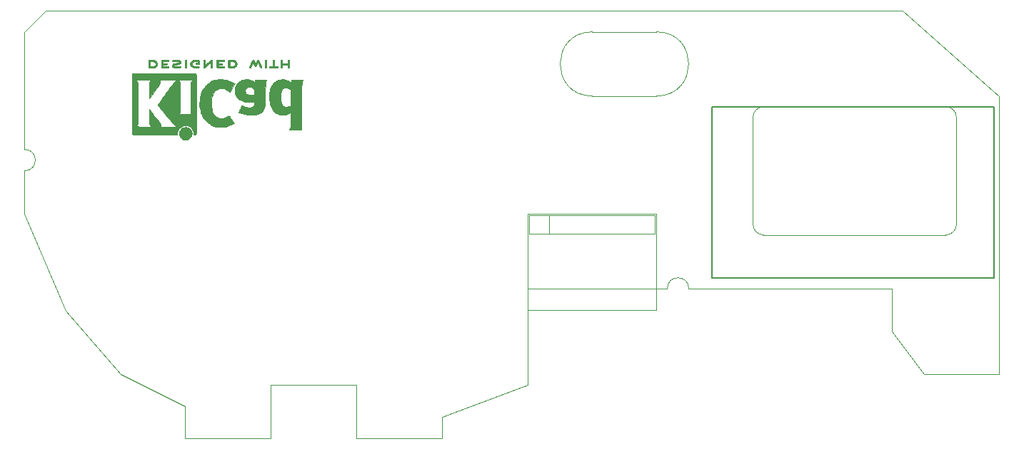
<source format=gbr>
%TF.GenerationSoftware,KiCad,Pcbnew,(5.1.8)-1*%
%TF.CreationDate,2020-12-23T12:42:43+01:00*%
%TF.ProjectId,Kiwi_EasyBoardv1.0,4b697769-5f45-4617-9379-426f61726476,rev?*%
%TF.SameCoordinates,Original*%
%TF.FileFunction,Legend,Bot*%
%TF.FilePolarity,Positive*%
%FSLAX46Y46*%
G04 Gerber Fmt 4.6, Leading zero omitted, Abs format (unit mm)*
G04 Created by KiCad (PCBNEW (5.1.8)-1) date 2020-12-23 12:42:43*
%MOMM*%
%LPD*%
G01*
G04 APERTURE LIST*
%TA.AperFunction,Profile*%
%ADD10C,0.050000*%
%TD*%
%ADD11C,0.010000*%
%ADD12C,0.127000*%
%ADD13C,0.120000*%
G04 APERTURE END LIST*
D10*
X76200000Y-86360000D02*
X76200000Y-100330000D01*
X180340000Y-83820000D02*
X78740000Y-83820000D01*
X76200000Y-86360000D02*
X78740000Y-83820000D01*
X154940000Y-116840000D02*
X179070000Y-116840000D01*
X144780000Y-116840000D02*
X152400000Y-116840000D01*
X152400000Y-116840000D02*
G75*
G02*
X154940000Y-116840000I1270000J0D01*
G01*
X76200000Y-102870000D02*
X76200000Y-107950000D01*
X76200000Y-100330000D02*
G75*
G02*
X76200000Y-102870000I0J-1270000D01*
G01*
X105410000Y-128270000D02*
X115570000Y-128270000D01*
X81079773Y-119452036D02*
X87630000Y-127000000D01*
X81079773Y-119452036D02*
X76200000Y-107950000D01*
X182880000Y-127000000D02*
X191770000Y-127000000D01*
X135890000Y-116840000D02*
X144780000Y-116840000D01*
X125730000Y-132080000D02*
X135890000Y-128270000D01*
X135890000Y-116840000D02*
X135890000Y-128270000D01*
X95250000Y-130810000D02*
X87630000Y-127000000D01*
X185420000Y-95250000D02*
X163830000Y-95250000D01*
X186690000Y-109220000D02*
X186690000Y-96520000D01*
X163830000Y-110490000D02*
X185420000Y-110490000D01*
X162560000Y-96520000D02*
X162560000Y-109220000D01*
X186690000Y-109220000D02*
G75*
G02*
X185420000Y-110490000I-1270000J0D01*
G01*
X163830000Y-110490000D02*
G75*
G02*
X162560000Y-109220000I0J1270000D01*
G01*
X162560000Y-96520000D02*
G75*
G02*
X163830000Y-95250000I1270000J0D01*
G01*
X185420000Y-95250000D02*
G75*
G02*
X186690000Y-96520000I0J-1270000D01*
G01*
X179070000Y-116840000D02*
X179070000Y-118110000D01*
X191770000Y-93980000D02*
X180340000Y-83820000D01*
X191770000Y-127000000D02*
X191770000Y-93980000D01*
X179070000Y-121920000D02*
X182880000Y-127000000D01*
X179070000Y-118110000D02*
X179070000Y-121920000D01*
X115570000Y-128270000D02*
X115570000Y-134620000D01*
X125730000Y-134620000D02*
X125730000Y-132080000D01*
X95250000Y-134620000D02*
X95250000Y-130810000D01*
X115570000Y-134620000D02*
X125730000Y-134620000D01*
X105410000Y-134620000D02*
X95250000Y-134620000D01*
X105410000Y-128270000D02*
X105410000Y-134620000D01*
X143510000Y-93980000D02*
X151130000Y-93980000D01*
X143510000Y-86360000D02*
X151130000Y-86360000D01*
X143510000Y-93980000D02*
G75*
G02*
X143510000Y-86360000I0J3810000D01*
G01*
X151130000Y-86360000D02*
G75*
G02*
X151130000Y-93980000I0J-3810000D01*
G01*
D11*
%TO.C,REF\u002A\u002A*%
G36*
X91189911Y-98588340D02*
G01*
X91539460Y-98588293D01*
X91702170Y-98588286D01*
X94306571Y-98588285D01*
X94306571Y-98434762D01*
X94322957Y-98247937D01*
X94372412Y-98075633D01*
X94455380Y-97916825D01*
X94572305Y-97770490D01*
X94611864Y-97730968D01*
X94754170Y-97618862D01*
X94911078Y-97537101D01*
X95077928Y-97485647D01*
X95250061Y-97464463D01*
X95422815Y-97473513D01*
X95591530Y-97512758D01*
X95751546Y-97582162D01*
X95898202Y-97681689D01*
X95964068Y-97741735D01*
X96086808Y-97888957D01*
X96176812Y-98050853D01*
X96233294Y-98225573D01*
X96255471Y-98411265D01*
X96255766Y-98429533D01*
X96256928Y-98588280D01*
X96326700Y-98588283D01*
X96388595Y-98579882D01*
X96445135Y-98559444D01*
X96448872Y-98557333D01*
X96461642Y-98550707D01*
X96473368Y-98545546D01*
X96484094Y-98540349D01*
X96493861Y-98533610D01*
X96502712Y-98523829D01*
X96510689Y-98509500D01*
X96517835Y-98489122D01*
X96524192Y-98461192D01*
X96529802Y-98424205D01*
X96534707Y-98376660D01*
X96538951Y-98317053D01*
X96542576Y-98243881D01*
X96545623Y-98155641D01*
X96548136Y-98050830D01*
X96550156Y-97927945D01*
X96551726Y-97785483D01*
X96552888Y-97621940D01*
X96553686Y-97435814D01*
X96554160Y-97225602D01*
X96554354Y-96989800D01*
X96554310Y-96726906D01*
X96554070Y-96435416D01*
X96553677Y-96113828D01*
X96553173Y-95760638D01*
X96552600Y-95374343D01*
X96552001Y-94953440D01*
X96551932Y-94902160D01*
X96551395Y-94478574D01*
X96550939Y-94089770D01*
X96550516Y-93734247D01*
X96550079Y-93410502D01*
X96549578Y-93117034D01*
X96548965Y-92852339D01*
X96548192Y-92614915D01*
X96547211Y-92403260D01*
X96545974Y-92215871D01*
X96544432Y-92051246D01*
X96542537Y-91907883D01*
X96540241Y-91784280D01*
X96537496Y-91678933D01*
X96534253Y-91590341D01*
X96530464Y-91517000D01*
X96526081Y-91457410D01*
X96521055Y-91410067D01*
X96515339Y-91373469D01*
X96508884Y-91346114D01*
X96501641Y-91326498D01*
X96493563Y-91313121D01*
X96484602Y-91304479D01*
X96474708Y-91299070D01*
X96463835Y-91295392D01*
X96451933Y-91291942D01*
X96438954Y-91287218D01*
X96435783Y-91285780D01*
X96425819Y-91282549D01*
X96409141Y-91279580D01*
X96384293Y-91276863D01*
X96349820Y-91274387D01*
X96304264Y-91272142D01*
X96246170Y-91270117D01*
X96174081Y-91268302D01*
X96086542Y-91266685D01*
X95982095Y-91265257D01*
X95859285Y-91264007D01*
X95716655Y-91262924D01*
X95552749Y-91261998D01*
X95366110Y-91261218D01*
X95155284Y-91260574D01*
X94918812Y-91260054D01*
X94655239Y-91259649D01*
X94363110Y-91259348D01*
X94040966Y-91259140D01*
X93687353Y-91259015D01*
X93300814Y-91258962D01*
X92879892Y-91258971D01*
X92743544Y-91258984D01*
X92313284Y-91259053D01*
X91917836Y-91259166D01*
X91555727Y-91259335D01*
X91225483Y-91259570D01*
X90925629Y-91259884D01*
X90654692Y-91260287D01*
X90411200Y-91260793D01*
X90193677Y-91261411D01*
X90000650Y-91262154D01*
X89830646Y-91263032D01*
X89682190Y-91264059D01*
X89553810Y-91265244D01*
X89444031Y-91266600D01*
X89351380Y-91268138D01*
X89274383Y-91269870D01*
X89211566Y-91271806D01*
X89161456Y-91273960D01*
X89122579Y-91276341D01*
X89093462Y-91278963D01*
X89072629Y-91281835D01*
X89058609Y-91284970D01*
X89050966Y-91287841D01*
X89037382Y-91293570D01*
X89024910Y-91297794D01*
X89013502Y-91302015D01*
X89003111Y-91307732D01*
X88993691Y-91316445D01*
X88985192Y-91329655D01*
X88977570Y-91348863D01*
X88970775Y-91375567D01*
X88964762Y-91411270D01*
X88959483Y-91457470D01*
X88954890Y-91515668D01*
X88950936Y-91587365D01*
X88947575Y-91674060D01*
X88944759Y-91777254D01*
X88942440Y-91898447D01*
X88940572Y-92039140D01*
X88940084Y-92093143D01*
X89424296Y-92093143D01*
X91135744Y-92093143D01*
X91102813Y-92143036D01*
X91070053Y-92194307D01*
X91042311Y-92243131D01*
X91019193Y-92292924D01*
X91000303Y-92347102D01*
X90985249Y-92409084D01*
X90973633Y-92482285D01*
X90965064Y-92570122D01*
X90959144Y-92676012D01*
X90955481Y-92803372D01*
X90953679Y-92955619D01*
X90953344Y-93136168D01*
X90954081Y-93348438D01*
X90954499Y-93427245D01*
X90959214Y-94272089D01*
X91494428Y-93543443D01*
X91646054Y-93336735D01*
X91777419Y-93156740D01*
X91889943Y-93001075D01*
X91985043Y-92867353D01*
X92064138Y-92753191D01*
X92128647Y-92656203D01*
X92179988Y-92574006D01*
X92219580Y-92504214D01*
X92248840Y-92444442D01*
X92269188Y-92392307D01*
X92282042Y-92345424D01*
X92288819Y-92301407D01*
X92290940Y-92257873D01*
X92289821Y-92212436D01*
X92289536Y-92206725D01*
X92283643Y-92093067D01*
X94159229Y-92093143D01*
X94019722Y-92233811D01*
X93981865Y-92272285D01*
X93945953Y-92309721D01*
X93910407Y-92348186D01*
X93873653Y-92389742D01*
X93834114Y-92436455D01*
X93790214Y-92490390D01*
X93740377Y-92553610D01*
X93683028Y-92628182D01*
X93616589Y-92716168D01*
X93539485Y-92819635D01*
X93450139Y-92940646D01*
X93346976Y-93081266D01*
X93228420Y-93243560D01*
X93092895Y-93429593D01*
X92938823Y-93641429D01*
X92812538Y-93815196D01*
X92654046Y-94033499D01*
X92515784Y-94224371D01*
X92396501Y-94389626D01*
X92294943Y-94531074D01*
X92209859Y-94650529D01*
X92139995Y-94749802D01*
X92084100Y-94830705D01*
X92040920Y-94895051D01*
X92009203Y-94944653D01*
X91987698Y-94981321D01*
X91975150Y-95006868D01*
X91970308Y-95023107D01*
X91971763Y-95031645D01*
X91989401Y-95054365D01*
X92027534Y-95102457D01*
X92083862Y-95173062D01*
X92156084Y-95263322D01*
X92241899Y-95370379D01*
X92339006Y-95491373D01*
X92445104Y-95623446D01*
X92557891Y-95763740D01*
X92675068Y-95909397D01*
X92794333Y-96057556D01*
X92859933Y-96139000D01*
X94488686Y-96139000D01*
X94556379Y-96016535D01*
X94624071Y-95894071D01*
X94624071Y-92338071D01*
X94556379Y-92215607D01*
X94488686Y-92093143D01*
X95289441Y-92093143D01*
X95480602Y-92093198D01*
X95638499Y-92093449D01*
X95766152Y-92094021D01*
X95866581Y-92095041D01*
X95942807Y-92096635D01*
X95997852Y-92098930D01*
X96034736Y-92102050D01*
X96056479Y-92106123D01*
X96066102Y-92111275D01*
X96066627Y-92117633D01*
X96061074Y-92125321D01*
X96061016Y-92125385D01*
X96038140Y-92158476D01*
X96007849Y-92212281D01*
X95981097Y-92265992D01*
X95930357Y-92374357D01*
X95925182Y-94256678D01*
X95920007Y-96139000D01*
X94488686Y-96139000D01*
X92859933Y-96139000D01*
X92913385Y-96205361D01*
X93029923Y-96349953D01*
X93141646Y-96488472D01*
X93246254Y-96618061D01*
X93341444Y-96735860D01*
X93424917Y-96839012D01*
X93494371Y-96924657D01*
X93547506Y-96989938D01*
X93578715Y-97028000D01*
X93699903Y-97170330D01*
X93816493Y-97298770D01*
X93924397Y-97409114D01*
X94019530Y-97497159D01*
X94087043Y-97551138D01*
X94166873Y-97608571D01*
X92330892Y-97608571D01*
X92331408Y-97500835D01*
X92326276Y-97421628D01*
X92306985Y-97348195D01*
X92277123Y-97278585D01*
X92257712Y-97239259D01*
X92236841Y-97200293D01*
X92212604Y-97159099D01*
X92183094Y-97113092D01*
X92146406Y-97059683D01*
X92100632Y-96996286D01*
X92043865Y-96920315D01*
X91974200Y-96829183D01*
X91889730Y-96720302D01*
X91788547Y-96591086D01*
X91668747Y-96438948D01*
X91528421Y-96261302D01*
X91512571Y-96241258D01*
X90959214Y-95541492D01*
X90953857Y-96316496D01*
X90952779Y-96548632D01*
X90953008Y-96745154D01*
X90954557Y-96906708D01*
X90957437Y-97033944D01*
X90961659Y-97127508D01*
X90967234Y-97188048D01*
X90969107Y-97199532D01*
X90998505Y-97320501D01*
X91037022Y-97429554D01*
X91080974Y-97517237D01*
X91107379Y-97554426D01*
X91152940Y-97608571D01*
X90288470Y-97608571D01*
X90082255Y-97608395D01*
X89909812Y-97607821D01*
X89768627Y-97606783D01*
X89656188Y-97605213D01*
X89569983Y-97603046D01*
X89507498Y-97600212D01*
X89466221Y-97596647D01*
X89443640Y-97592282D01*
X89437241Y-97587051D01*
X89437683Y-97585893D01*
X89456009Y-97558231D01*
X89486604Y-97514385D01*
X89502433Y-97492209D01*
X89518798Y-97470080D01*
X89533508Y-97450291D01*
X89546656Y-97430894D01*
X89558333Y-97409942D01*
X89568632Y-97385488D01*
X89577646Y-97355584D01*
X89585468Y-97318283D01*
X89592191Y-97271637D01*
X89597906Y-97213699D01*
X89602707Y-97142521D01*
X89606685Y-97056156D01*
X89609935Y-96952656D01*
X89612548Y-96830075D01*
X89614617Y-96686463D01*
X89616234Y-96519875D01*
X89617493Y-96328363D01*
X89618485Y-96109978D01*
X89619304Y-95862774D01*
X89620042Y-95584804D01*
X89620791Y-95274119D01*
X89621492Y-94988700D01*
X89622153Y-94670508D01*
X89622497Y-94366923D01*
X89622532Y-94079885D01*
X89622268Y-93811331D01*
X89621715Y-93563202D01*
X89620880Y-93337437D01*
X89619773Y-93135974D01*
X89618404Y-92960754D01*
X89616781Y-92813714D01*
X89614913Y-92696794D01*
X89612811Y-92611933D01*
X89610482Y-92561071D01*
X89610041Y-92555696D01*
X89593992Y-92432387D01*
X89568936Y-92333356D01*
X89530779Y-92246930D01*
X89475428Y-92161435D01*
X89468504Y-92152107D01*
X89424296Y-92093143D01*
X88940084Y-92093143D01*
X88939108Y-92200832D01*
X88937999Y-92385024D01*
X88937199Y-92593216D01*
X88936661Y-92826909D01*
X88936338Y-93087602D01*
X88936183Y-93376796D01*
X88936146Y-93695991D01*
X88936183Y-94046687D01*
X88936245Y-94430386D01*
X88936285Y-94848586D01*
X88936286Y-94931607D01*
X88936309Y-95354211D01*
X88936388Y-95742019D01*
X88936533Y-96096520D01*
X88936756Y-96419203D01*
X88937069Y-96711558D01*
X88937483Y-96975073D01*
X88938009Y-97211238D01*
X88938660Y-97421542D01*
X88939447Y-97607474D01*
X88940381Y-97770525D01*
X88941474Y-97912182D01*
X88942737Y-98033936D01*
X88944183Y-98137275D01*
X88945821Y-98223689D01*
X88947666Y-98294667D01*
X88949726Y-98351699D01*
X88952015Y-98396273D01*
X88954544Y-98429879D01*
X88957324Y-98454007D01*
X88960367Y-98470144D01*
X88963684Y-98479782D01*
X88963807Y-98480022D01*
X88970640Y-98494745D01*
X88976330Y-98508074D01*
X88982626Y-98520078D01*
X88991272Y-98530827D01*
X89004014Y-98540389D01*
X89022600Y-98548833D01*
X89048774Y-98556229D01*
X89084284Y-98562646D01*
X89130875Y-98568152D01*
X89190293Y-98572817D01*
X89264285Y-98576709D01*
X89354597Y-98579898D01*
X89462975Y-98582453D01*
X89591165Y-98584442D01*
X89740913Y-98585935D01*
X89913966Y-98587002D01*
X90112069Y-98587709D01*
X90336969Y-98588128D01*
X90590412Y-98588327D01*
X90874144Y-98588374D01*
X91189911Y-98588340D01*
G37*
X91189911Y-98588340D02*
X91539460Y-98588293D01*
X91702170Y-98588286D01*
X94306571Y-98588285D01*
X94306571Y-98434762D01*
X94322957Y-98247937D01*
X94372412Y-98075633D01*
X94455380Y-97916825D01*
X94572305Y-97770490D01*
X94611864Y-97730968D01*
X94754170Y-97618862D01*
X94911078Y-97537101D01*
X95077928Y-97485647D01*
X95250061Y-97464463D01*
X95422815Y-97473513D01*
X95591530Y-97512758D01*
X95751546Y-97582162D01*
X95898202Y-97681689D01*
X95964068Y-97741735D01*
X96086808Y-97888957D01*
X96176812Y-98050853D01*
X96233294Y-98225573D01*
X96255471Y-98411265D01*
X96255766Y-98429533D01*
X96256928Y-98588280D01*
X96326700Y-98588283D01*
X96388595Y-98579882D01*
X96445135Y-98559444D01*
X96448872Y-98557333D01*
X96461642Y-98550707D01*
X96473368Y-98545546D01*
X96484094Y-98540349D01*
X96493861Y-98533610D01*
X96502712Y-98523829D01*
X96510689Y-98509500D01*
X96517835Y-98489122D01*
X96524192Y-98461192D01*
X96529802Y-98424205D01*
X96534707Y-98376660D01*
X96538951Y-98317053D01*
X96542576Y-98243881D01*
X96545623Y-98155641D01*
X96548136Y-98050830D01*
X96550156Y-97927945D01*
X96551726Y-97785483D01*
X96552888Y-97621940D01*
X96553686Y-97435814D01*
X96554160Y-97225602D01*
X96554354Y-96989800D01*
X96554310Y-96726906D01*
X96554070Y-96435416D01*
X96553677Y-96113828D01*
X96553173Y-95760638D01*
X96552600Y-95374343D01*
X96552001Y-94953440D01*
X96551932Y-94902160D01*
X96551395Y-94478574D01*
X96550939Y-94089770D01*
X96550516Y-93734247D01*
X96550079Y-93410502D01*
X96549578Y-93117034D01*
X96548965Y-92852339D01*
X96548192Y-92614915D01*
X96547211Y-92403260D01*
X96545974Y-92215871D01*
X96544432Y-92051246D01*
X96542537Y-91907883D01*
X96540241Y-91784280D01*
X96537496Y-91678933D01*
X96534253Y-91590341D01*
X96530464Y-91517000D01*
X96526081Y-91457410D01*
X96521055Y-91410067D01*
X96515339Y-91373469D01*
X96508884Y-91346114D01*
X96501641Y-91326498D01*
X96493563Y-91313121D01*
X96484602Y-91304479D01*
X96474708Y-91299070D01*
X96463835Y-91295392D01*
X96451933Y-91291942D01*
X96438954Y-91287218D01*
X96435783Y-91285780D01*
X96425819Y-91282549D01*
X96409141Y-91279580D01*
X96384293Y-91276863D01*
X96349820Y-91274387D01*
X96304264Y-91272142D01*
X96246170Y-91270117D01*
X96174081Y-91268302D01*
X96086542Y-91266685D01*
X95982095Y-91265257D01*
X95859285Y-91264007D01*
X95716655Y-91262924D01*
X95552749Y-91261998D01*
X95366110Y-91261218D01*
X95155284Y-91260574D01*
X94918812Y-91260054D01*
X94655239Y-91259649D01*
X94363110Y-91259348D01*
X94040966Y-91259140D01*
X93687353Y-91259015D01*
X93300814Y-91258962D01*
X92879892Y-91258971D01*
X92743544Y-91258984D01*
X92313284Y-91259053D01*
X91917836Y-91259166D01*
X91555727Y-91259335D01*
X91225483Y-91259570D01*
X90925629Y-91259884D01*
X90654692Y-91260287D01*
X90411200Y-91260793D01*
X90193677Y-91261411D01*
X90000650Y-91262154D01*
X89830646Y-91263032D01*
X89682190Y-91264059D01*
X89553810Y-91265244D01*
X89444031Y-91266600D01*
X89351380Y-91268138D01*
X89274383Y-91269870D01*
X89211566Y-91271806D01*
X89161456Y-91273960D01*
X89122579Y-91276341D01*
X89093462Y-91278963D01*
X89072629Y-91281835D01*
X89058609Y-91284970D01*
X89050966Y-91287841D01*
X89037382Y-91293570D01*
X89024910Y-91297794D01*
X89013502Y-91302015D01*
X89003111Y-91307732D01*
X88993691Y-91316445D01*
X88985192Y-91329655D01*
X88977570Y-91348863D01*
X88970775Y-91375567D01*
X88964762Y-91411270D01*
X88959483Y-91457470D01*
X88954890Y-91515668D01*
X88950936Y-91587365D01*
X88947575Y-91674060D01*
X88944759Y-91777254D01*
X88942440Y-91898447D01*
X88940572Y-92039140D01*
X88940084Y-92093143D01*
X89424296Y-92093143D01*
X91135744Y-92093143D01*
X91102813Y-92143036D01*
X91070053Y-92194307D01*
X91042311Y-92243131D01*
X91019193Y-92292924D01*
X91000303Y-92347102D01*
X90985249Y-92409084D01*
X90973633Y-92482285D01*
X90965064Y-92570122D01*
X90959144Y-92676012D01*
X90955481Y-92803372D01*
X90953679Y-92955619D01*
X90953344Y-93136168D01*
X90954081Y-93348438D01*
X90954499Y-93427245D01*
X90959214Y-94272089D01*
X91494428Y-93543443D01*
X91646054Y-93336735D01*
X91777419Y-93156740D01*
X91889943Y-93001075D01*
X91985043Y-92867353D01*
X92064138Y-92753191D01*
X92128647Y-92656203D01*
X92179988Y-92574006D01*
X92219580Y-92504214D01*
X92248840Y-92444442D01*
X92269188Y-92392307D01*
X92282042Y-92345424D01*
X92288819Y-92301407D01*
X92290940Y-92257873D01*
X92289821Y-92212436D01*
X92289536Y-92206725D01*
X92283643Y-92093067D01*
X94159229Y-92093143D01*
X94019722Y-92233811D01*
X93981865Y-92272285D01*
X93945953Y-92309721D01*
X93910407Y-92348186D01*
X93873653Y-92389742D01*
X93834114Y-92436455D01*
X93790214Y-92490390D01*
X93740377Y-92553610D01*
X93683028Y-92628182D01*
X93616589Y-92716168D01*
X93539485Y-92819635D01*
X93450139Y-92940646D01*
X93346976Y-93081266D01*
X93228420Y-93243560D01*
X93092895Y-93429593D01*
X92938823Y-93641429D01*
X92812538Y-93815196D01*
X92654046Y-94033499D01*
X92515784Y-94224371D01*
X92396501Y-94389626D01*
X92294943Y-94531074D01*
X92209859Y-94650529D01*
X92139995Y-94749802D01*
X92084100Y-94830705D01*
X92040920Y-94895051D01*
X92009203Y-94944653D01*
X91987698Y-94981321D01*
X91975150Y-95006868D01*
X91970308Y-95023107D01*
X91971763Y-95031645D01*
X91989401Y-95054365D01*
X92027534Y-95102457D01*
X92083862Y-95173062D01*
X92156084Y-95263322D01*
X92241899Y-95370379D01*
X92339006Y-95491373D01*
X92445104Y-95623446D01*
X92557891Y-95763740D01*
X92675068Y-95909397D01*
X92794333Y-96057556D01*
X92859933Y-96139000D01*
X94488686Y-96139000D01*
X94556379Y-96016535D01*
X94624071Y-95894071D01*
X94624071Y-92338071D01*
X94556379Y-92215607D01*
X94488686Y-92093143D01*
X95289441Y-92093143D01*
X95480602Y-92093198D01*
X95638499Y-92093449D01*
X95766152Y-92094021D01*
X95866581Y-92095041D01*
X95942807Y-92096635D01*
X95997852Y-92098930D01*
X96034736Y-92102050D01*
X96056479Y-92106123D01*
X96066102Y-92111275D01*
X96066627Y-92117633D01*
X96061074Y-92125321D01*
X96061016Y-92125385D01*
X96038140Y-92158476D01*
X96007849Y-92212281D01*
X95981097Y-92265992D01*
X95930357Y-92374357D01*
X95925182Y-94256678D01*
X95920007Y-96139000D01*
X94488686Y-96139000D01*
X92859933Y-96139000D01*
X92913385Y-96205361D01*
X93029923Y-96349953D01*
X93141646Y-96488472D01*
X93246254Y-96618061D01*
X93341444Y-96735860D01*
X93424917Y-96839012D01*
X93494371Y-96924657D01*
X93547506Y-96989938D01*
X93578715Y-97028000D01*
X93699903Y-97170330D01*
X93816493Y-97298770D01*
X93924397Y-97409114D01*
X94019530Y-97497159D01*
X94087043Y-97551138D01*
X94166873Y-97608571D01*
X92330892Y-97608571D01*
X92331408Y-97500835D01*
X92326276Y-97421628D01*
X92306985Y-97348195D01*
X92277123Y-97278585D01*
X92257712Y-97239259D01*
X92236841Y-97200293D01*
X92212604Y-97159099D01*
X92183094Y-97113092D01*
X92146406Y-97059683D01*
X92100632Y-96996286D01*
X92043865Y-96920315D01*
X91974200Y-96829183D01*
X91889730Y-96720302D01*
X91788547Y-96591086D01*
X91668747Y-96438948D01*
X91528421Y-96261302D01*
X91512571Y-96241258D01*
X90959214Y-95541492D01*
X90953857Y-96316496D01*
X90952779Y-96548632D01*
X90953008Y-96745154D01*
X90954557Y-96906708D01*
X90957437Y-97033944D01*
X90961659Y-97127508D01*
X90967234Y-97188048D01*
X90969107Y-97199532D01*
X90998505Y-97320501D01*
X91037022Y-97429554D01*
X91080974Y-97517237D01*
X91107379Y-97554426D01*
X91152940Y-97608571D01*
X90288470Y-97608571D01*
X90082255Y-97608395D01*
X89909812Y-97607821D01*
X89768627Y-97606783D01*
X89656188Y-97605213D01*
X89569983Y-97603046D01*
X89507498Y-97600212D01*
X89466221Y-97596647D01*
X89443640Y-97592282D01*
X89437241Y-97587051D01*
X89437683Y-97585893D01*
X89456009Y-97558231D01*
X89486604Y-97514385D01*
X89502433Y-97492209D01*
X89518798Y-97470080D01*
X89533508Y-97450291D01*
X89546656Y-97430894D01*
X89558333Y-97409942D01*
X89568632Y-97385488D01*
X89577646Y-97355584D01*
X89585468Y-97318283D01*
X89592191Y-97271637D01*
X89597906Y-97213699D01*
X89602707Y-97142521D01*
X89606685Y-97056156D01*
X89609935Y-96952656D01*
X89612548Y-96830075D01*
X89614617Y-96686463D01*
X89616234Y-96519875D01*
X89617493Y-96328363D01*
X89618485Y-96109978D01*
X89619304Y-95862774D01*
X89620042Y-95584804D01*
X89620791Y-95274119D01*
X89621492Y-94988700D01*
X89622153Y-94670508D01*
X89622497Y-94366923D01*
X89622532Y-94079885D01*
X89622268Y-93811331D01*
X89621715Y-93563202D01*
X89620880Y-93337437D01*
X89619773Y-93135974D01*
X89618404Y-92960754D01*
X89616781Y-92813714D01*
X89614913Y-92696794D01*
X89612811Y-92611933D01*
X89610482Y-92561071D01*
X89610041Y-92555696D01*
X89593992Y-92432387D01*
X89568936Y-92333356D01*
X89530779Y-92246930D01*
X89475428Y-92161435D01*
X89468504Y-92152107D01*
X89424296Y-92093143D01*
X88940084Y-92093143D01*
X88939108Y-92200832D01*
X88937999Y-92385024D01*
X88937199Y-92593216D01*
X88936661Y-92826909D01*
X88936338Y-93087602D01*
X88936183Y-93376796D01*
X88936146Y-93695991D01*
X88936183Y-94046687D01*
X88936245Y-94430386D01*
X88936285Y-94848586D01*
X88936286Y-94931607D01*
X88936309Y-95354211D01*
X88936388Y-95742019D01*
X88936533Y-96096520D01*
X88936756Y-96419203D01*
X88937069Y-96711558D01*
X88937483Y-96975073D01*
X88938009Y-97211238D01*
X88938660Y-97421542D01*
X88939447Y-97607474D01*
X88940381Y-97770525D01*
X88941474Y-97912182D01*
X88942737Y-98033936D01*
X88944183Y-98137275D01*
X88945821Y-98223689D01*
X88947666Y-98294667D01*
X88949726Y-98351699D01*
X88952015Y-98396273D01*
X88954544Y-98429879D01*
X88957324Y-98454007D01*
X88960367Y-98470144D01*
X88963684Y-98479782D01*
X88963807Y-98480022D01*
X88970640Y-98494745D01*
X88976330Y-98508074D01*
X88982626Y-98520078D01*
X88991272Y-98530827D01*
X89004014Y-98540389D01*
X89022600Y-98548833D01*
X89048774Y-98556229D01*
X89084284Y-98562646D01*
X89130875Y-98568152D01*
X89190293Y-98572817D01*
X89264285Y-98576709D01*
X89354597Y-98579898D01*
X89462975Y-98582453D01*
X89591165Y-98584442D01*
X89740913Y-98585935D01*
X89913966Y-98587002D01*
X90112069Y-98587709D01*
X90336969Y-98588128D01*
X90590412Y-98588327D01*
X90874144Y-98588374D01*
X91189911Y-98588340D01*
G36*
X99641378Y-97680769D02*
G01*
X99837019Y-97659351D01*
X100026562Y-97621015D01*
X100217717Y-97563762D01*
X100418196Y-97485591D01*
X100635708Y-97384504D01*
X100674880Y-97364924D01*
X100764772Y-97320638D01*
X100849553Y-97280761D01*
X100920855Y-97249102D01*
X100970310Y-97229468D01*
X100977908Y-97226996D01*
X101050714Y-97205183D01*
X100724803Y-96731056D01*
X100645123Y-96615177D01*
X100572272Y-96509306D01*
X100508730Y-96417038D01*
X100456972Y-96341967D01*
X100419477Y-96287687D01*
X100398723Y-96257793D01*
X100395351Y-96253059D01*
X100381655Y-96262958D01*
X100347943Y-96292715D01*
X100300244Y-96336927D01*
X100273920Y-96361916D01*
X100124772Y-96480544D01*
X99957268Y-96570687D01*
X99812928Y-96620064D01*
X99726283Y-96635571D01*
X99617796Y-96645021D01*
X99500227Y-96648239D01*
X99386334Y-96645049D01*
X99288879Y-96635276D01*
X99249990Y-96627791D01*
X99074712Y-96567488D01*
X98916765Y-96475410D01*
X98776268Y-96351727D01*
X98653335Y-96196607D01*
X98548085Y-96010219D01*
X98460635Y-95792730D01*
X98391100Y-95544308D01*
X98349775Y-95331643D01*
X98338994Y-95237759D01*
X98331648Y-95116476D01*
X98327667Y-94976507D01*
X98326979Y-94826569D01*
X98329514Y-94675378D01*
X98335200Y-94531649D01*
X98343967Y-94404097D01*
X98355744Y-94301438D01*
X98358293Y-94285599D01*
X98414481Y-94030464D01*
X98491036Y-93804658D01*
X98588426Y-93607169D01*
X98707114Y-93436986D01*
X98791363Y-93344978D01*
X98942770Y-93220057D01*
X99108817Y-93127460D01*
X99286701Y-93067691D01*
X99473622Y-93041254D01*
X99666778Y-93048652D01*
X99863369Y-93090389D01*
X99979597Y-93131229D01*
X100140438Y-93213010D01*
X100306213Y-93330322D01*
X100399073Y-93409655D01*
X100451214Y-93455571D01*
X100492180Y-93489258D01*
X100515498Y-93505490D01*
X100518393Y-93505985D01*
X100528800Y-93489399D01*
X100555767Y-93445568D01*
X100596996Y-93378252D01*
X100650189Y-93291206D01*
X100713050Y-93188190D01*
X100783281Y-93072959D01*
X100822372Y-93008769D01*
X101120964Y-92518323D01*
X100748161Y-92334085D01*
X100613369Y-92267907D01*
X100504175Y-92215722D01*
X100413907Y-92174940D01*
X100335888Y-92142967D01*
X100263444Y-92117213D01*
X100189901Y-92095086D01*
X100108584Y-92073993D01*
X100030643Y-92055470D01*
X99961366Y-92041137D01*
X99888917Y-92030306D01*
X99806042Y-92022374D01*
X99705488Y-92016742D01*
X99580003Y-92012808D01*
X99495428Y-92011109D01*
X99374754Y-92009950D01*
X99259042Y-92010535D01*
X99155951Y-92012696D01*
X99073138Y-92016268D01*
X99018260Y-92021083D01*
X99015008Y-92021563D01*
X98730043Y-92083214D01*
X98462442Y-92176715D01*
X98212297Y-92302007D01*
X97979704Y-92459026D01*
X97764757Y-92647711D01*
X97567550Y-92868000D01*
X97424727Y-93063786D01*
X97272680Y-93320051D01*
X97149773Y-93590683D01*
X97055410Y-93877851D01*
X96988999Y-94183724D01*
X96949944Y-94510472D01*
X96937640Y-94842261D01*
X96947759Y-95163221D01*
X96979561Y-95459354D01*
X97034054Y-95735655D01*
X97112250Y-95997119D01*
X97215159Y-96248742D01*
X97227447Y-96274810D01*
X97362820Y-96518493D01*
X97529089Y-96750382D01*
X97721541Y-96965677D01*
X97935466Y-97159578D01*
X98166155Y-97327285D01*
X98381109Y-97450304D01*
X98598258Y-97546655D01*
X98815868Y-97616449D01*
X99042362Y-97661587D01*
X99286166Y-97683969D01*
X99431928Y-97687269D01*
X99641378Y-97680769D01*
G37*
X99641378Y-97680769D02*
X99837019Y-97659351D01*
X100026562Y-97621015D01*
X100217717Y-97563762D01*
X100418196Y-97485591D01*
X100635708Y-97384504D01*
X100674880Y-97364924D01*
X100764772Y-97320638D01*
X100849553Y-97280761D01*
X100920855Y-97249102D01*
X100970310Y-97229468D01*
X100977908Y-97226996D01*
X101050714Y-97205183D01*
X100724803Y-96731056D01*
X100645123Y-96615177D01*
X100572272Y-96509306D01*
X100508730Y-96417038D01*
X100456972Y-96341967D01*
X100419477Y-96287687D01*
X100398723Y-96257793D01*
X100395351Y-96253059D01*
X100381655Y-96262958D01*
X100347943Y-96292715D01*
X100300244Y-96336927D01*
X100273920Y-96361916D01*
X100124772Y-96480544D01*
X99957268Y-96570687D01*
X99812928Y-96620064D01*
X99726283Y-96635571D01*
X99617796Y-96645021D01*
X99500227Y-96648239D01*
X99386334Y-96645049D01*
X99288879Y-96635276D01*
X99249990Y-96627791D01*
X99074712Y-96567488D01*
X98916765Y-96475410D01*
X98776268Y-96351727D01*
X98653335Y-96196607D01*
X98548085Y-96010219D01*
X98460635Y-95792730D01*
X98391100Y-95544308D01*
X98349775Y-95331643D01*
X98338994Y-95237759D01*
X98331648Y-95116476D01*
X98327667Y-94976507D01*
X98326979Y-94826569D01*
X98329514Y-94675378D01*
X98335200Y-94531649D01*
X98343967Y-94404097D01*
X98355744Y-94301438D01*
X98358293Y-94285599D01*
X98414481Y-94030464D01*
X98491036Y-93804658D01*
X98588426Y-93607169D01*
X98707114Y-93436986D01*
X98791363Y-93344978D01*
X98942770Y-93220057D01*
X99108817Y-93127460D01*
X99286701Y-93067691D01*
X99473622Y-93041254D01*
X99666778Y-93048652D01*
X99863369Y-93090389D01*
X99979597Y-93131229D01*
X100140438Y-93213010D01*
X100306213Y-93330322D01*
X100399073Y-93409655D01*
X100451214Y-93455571D01*
X100492180Y-93489258D01*
X100515498Y-93505490D01*
X100518393Y-93505985D01*
X100528800Y-93489399D01*
X100555767Y-93445568D01*
X100596996Y-93378252D01*
X100650189Y-93291206D01*
X100713050Y-93188190D01*
X100783281Y-93072959D01*
X100822372Y-93008769D01*
X101120964Y-92518323D01*
X100748161Y-92334085D01*
X100613369Y-92267907D01*
X100504175Y-92215722D01*
X100413907Y-92174940D01*
X100335888Y-92142967D01*
X100263444Y-92117213D01*
X100189901Y-92095086D01*
X100108584Y-92073993D01*
X100030643Y-92055470D01*
X99961366Y-92041137D01*
X99888917Y-92030306D01*
X99806042Y-92022374D01*
X99705488Y-92016742D01*
X99580003Y-92012808D01*
X99495428Y-92011109D01*
X99374754Y-92009950D01*
X99259042Y-92010535D01*
X99155951Y-92012696D01*
X99073138Y-92016268D01*
X99018260Y-92021083D01*
X99015008Y-92021563D01*
X98730043Y-92083214D01*
X98462442Y-92176715D01*
X98212297Y-92302007D01*
X97979704Y-92459026D01*
X97764757Y-92647711D01*
X97567550Y-92868000D01*
X97424727Y-93063786D01*
X97272680Y-93320051D01*
X97149773Y-93590683D01*
X97055410Y-93877851D01*
X96988999Y-94183724D01*
X96949944Y-94510472D01*
X96937640Y-94842261D01*
X96947759Y-95163221D01*
X96979561Y-95459354D01*
X97034054Y-95735655D01*
X97112250Y-95997119D01*
X97215159Y-96248742D01*
X97227447Y-96274810D01*
X97362820Y-96518493D01*
X97529089Y-96750382D01*
X97721541Y-96965677D01*
X97935466Y-97159578D01*
X98166155Y-97327285D01*
X98381109Y-97450304D01*
X98598258Y-97546655D01*
X98815868Y-97616449D01*
X99042362Y-97661587D01*
X99286166Y-97683969D01*
X99431928Y-97687269D01*
X99641378Y-97680769D01*
G36*
X103245632Y-96222270D02*
G01*
X103335523Y-96215465D01*
X103592715Y-96181247D01*
X103820485Y-96126669D01*
X104019943Y-96050980D01*
X104192197Y-95953430D01*
X104338359Y-95833268D01*
X104459536Y-95689742D01*
X104556839Y-95522102D01*
X104627891Y-95340714D01*
X104645927Y-95282854D01*
X104661632Y-95228671D01*
X104675192Y-95175248D01*
X104686792Y-95119667D01*
X104696617Y-95059012D01*
X104704853Y-94990365D01*
X104711684Y-94910810D01*
X104717295Y-94817428D01*
X104721872Y-94707304D01*
X104725600Y-94577519D01*
X104728665Y-94425158D01*
X104731250Y-94247302D01*
X104733542Y-94041035D01*
X104735725Y-93803439D01*
X104737286Y-93617143D01*
X104747785Y-92338071D01*
X104815821Y-92214982D01*
X104848038Y-92155683D01*
X104872012Y-92109623D01*
X104883450Y-92085107D01*
X104883857Y-92083447D01*
X104866375Y-92081546D01*
X104816574Y-92079795D01*
X104738421Y-92078242D01*
X104635882Y-92076938D01*
X104512922Y-92075930D01*
X104373510Y-92075269D01*
X104221611Y-92075003D01*
X104203500Y-92075000D01*
X103523143Y-92075000D01*
X103523143Y-92229214D01*
X103521982Y-92298906D01*
X103518887Y-92352206D01*
X103514432Y-92380783D01*
X103512463Y-92383428D01*
X103494455Y-92372347D01*
X103457393Y-92343264D01*
X103409222Y-92302421D01*
X103408141Y-92301476D01*
X103320235Y-92236029D01*
X103209217Y-92170312D01*
X103087631Y-92110781D01*
X102968021Y-92063891D01*
X102915357Y-92047867D01*
X102810551Y-92027515D01*
X102681950Y-92014528D01*
X102541325Y-92009091D01*
X102400448Y-92011389D01*
X102271093Y-92021608D01*
X102180571Y-92036311D01*
X101958580Y-92101501D01*
X101758729Y-92194406D01*
X101582319Y-92313874D01*
X101430650Y-92458753D01*
X101305024Y-92627890D01*
X101206741Y-92820133D01*
X101164341Y-92936786D01*
X101137768Y-93050167D01*
X101120158Y-93186278D01*
X101112010Y-93332563D01*
X101112278Y-93353849D01*
X102339321Y-93353849D01*
X102349496Y-93245150D01*
X102383378Y-93154815D01*
X102446000Y-93071005D01*
X102470052Y-93046429D01*
X102555551Y-92979989D01*
X102654373Y-92937426D01*
X102772768Y-92916823D01*
X102897445Y-92915306D01*
X103015698Y-92925323D01*
X103106239Y-92944915D01*
X103145560Y-92959630D01*
X103216432Y-92999735D01*
X103291525Y-93056137D01*
X103360038Y-93119439D01*
X103411172Y-93180245D01*
X103424750Y-93202551D01*
X103435305Y-93233788D01*
X103442810Y-93283493D01*
X103447613Y-93356413D01*
X103450065Y-93457297D01*
X103450571Y-93553311D01*
X103450228Y-93665250D01*
X103448843Y-93746191D01*
X103445881Y-93801415D01*
X103440808Y-93836206D01*
X103433090Y-93855846D01*
X103422192Y-93865620D01*
X103418821Y-93867176D01*
X103389529Y-93871971D01*
X103331756Y-93875892D01*
X103253304Y-93878586D01*
X103161974Y-93879701D01*
X103142143Y-93879702D01*
X103020063Y-93877754D01*
X102925749Y-93871959D01*
X102850807Y-93861525D01*
X102788903Y-93846286D01*
X102635349Y-93788216D01*
X102514932Y-93716821D01*
X102426610Y-93630961D01*
X102369339Y-93529493D01*
X102342078Y-93411275D01*
X102339321Y-93353849D01*
X101112278Y-93353849D01*
X101113823Y-93476467D01*
X101126096Y-93605435D01*
X101135670Y-93657540D01*
X101196801Y-93851003D01*
X101289757Y-94029007D01*
X101412783Y-94189845D01*
X101564124Y-94331810D01*
X101742025Y-94453194D01*
X101944732Y-94552291D01*
X102117071Y-94612467D01*
X102232253Y-94644081D01*
X102342423Y-94668646D01*
X102454719Y-94686961D01*
X102576275Y-94699822D01*
X102714229Y-94708028D01*
X102875715Y-94712376D01*
X103021715Y-94713600D01*
X103454645Y-94714785D01*
X103446351Y-94844920D01*
X103422801Y-94986117D01*
X103372703Y-95107482D01*
X103298191Y-95205983D01*
X103201399Y-95278591D01*
X103116171Y-95314021D01*
X102994056Y-95336350D01*
X102848683Y-95339557D01*
X102686867Y-95324823D01*
X102515422Y-95293330D01*
X102341163Y-95246260D01*
X102170904Y-95184797D01*
X102047176Y-95128583D01*
X101987647Y-95099717D01*
X101942242Y-95079557D01*
X101919150Y-95071690D01*
X101917897Y-95071942D01*
X101909929Y-95089563D01*
X101890031Y-95136267D01*
X101860077Y-95207582D01*
X101821939Y-95299031D01*
X101777488Y-95406141D01*
X101732305Y-95515451D01*
X101551667Y-95953260D01*
X101680155Y-95974364D01*
X101735846Y-95984953D01*
X101819564Y-96002737D01*
X101924139Y-96026102D01*
X102042399Y-96053435D01*
X102167172Y-96083119D01*
X102216857Y-96095182D01*
X102431807Y-96145038D01*
X102619995Y-96182416D01*
X102788446Y-96208073D01*
X102944186Y-96222765D01*
X103094240Y-96227245D01*
X103245632Y-96222270D01*
G37*
X103245632Y-96222270D02*
X103335523Y-96215465D01*
X103592715Y-96181247D01*
X103820485Y-96126669D01*
X104019943Y-96050980D01*
X104192197Y-95953430D01*
X104338359Y-95833268D01*
X104459536Y-95689742D01*
X104556839Y-95522102D01*
X104627891Y-95340714D01*
X104645927Y-95282854D01*
X104661632Y-95228671D01*
X104675192Y-95175248D01*
X104686792Y-95119667D01*
X104696617Y-95059012D01*
X104704853Y-94990365D01*
X104711684Y-94910810D01*
X104717295Y-94817428D01*
X104721872Y-94707304D01*
X104725600Y-94577519D01*
X104728665Y-94425158D01*
X104731250Y-94247302D01*
X104733542Y-94041035D01*
X104735725Y-93803439D01*
X104737286Y-93617143D01*
X104747785Y-92338071D01*
X104815821Y-92214982D01*
X104848038Y-92155683D01*
X104872012Y-92109623D01*
X104883450Y-92085107D01*
X104883857Y-92083447D01*
X104866375Y-92081546D01*
X104816574Y-92079795D01*
X104738421Y-92078242D01*
X104635882Y-92076938D01*
X104512922Y-92075930D01*
X104373510Y-92075269D01*
X104221611Y-92075003D01*
X104203500Y-92075000D01*
X103523143Y-92075000D01*
X103523143Y-92229214D01*
X103521982Y-92298906D01*
X103518887Y-92352206D01*
X103514432Y-92380783D01*
X103512463Y-92383428D01*
X103494455Y-92372347D01*
X103457393Y-92343264D01*
X103409222Y-92302421D01*
X103408141Y-92301476D01*
X103320235Y-92236029D01*
X103209217Y-92170312D01*
X103087631Y-92110781D01*
X102968021Y-92063891D01*
X102915357Y-92047867D01*
X102810551Y-92027515D01*
X102681950Y-92014528D01*
X102541325Y-92009091D01*
X102400448Y-92011389D01*
X102271093Y-92021608D01*
X102180571Y-92036311D01*
X101958580Y-92101501D01*
X101758729Y-92194406D01*
X101582319Y-92313874D01*
X101430650Y-92458753D01*
X101305024Y-92627890D01*
X101206741Y-92820133D01*
X101164341Y-92936786D01*
X101137768Y-93050167D01*
X101120158Y-93186278D01*
X101112010Y-93332563D01*
X101112278Y-93353849D01*
X102339321Y-93353849D01*
X102349496Y-93245150D01*
X102383378Y-93154815D01*
X102446000Y-93071005D01*
X102470052Y-93046429D01*
X102555551Y-92979989D01*
X102654373Y-92937426D01*
X102772768Y-92916823D01*
X102897445Y-92915306D01*
X103015698Y-92925323D01*
X103106239Y-92944915D01*
X103145560Y-92959630D01*
X103216432Y-92999735D01*
X103291525Y-93056137D01*
X103360038Y-93119439D01*
X103411172Y-93180245D01*
X103424750Y-93202551D01*
X103435305Y-93233788D01*
X103442810Y-93283493D01*
X103447613Y-93356413D01*
X103450065Y-93457297D01*
X103450571Y-93553311D01*
X103450228Y-93665250D01*
X103448843Y-93746191D01*
X103445881Y-93801415D01*
X103440808Y-93836206D01*
X103433090Y-93855846D01*
X103422192Y-93865620D01*
X103418821Y-93867176D01*
X103389529Y-93871971D01*
X103331756Y-93875892D01*
X103253304Y-93878586D01*
X103161974Y-93879701D01*
X103142143Y-93879702D01*
X103020063Y-93877754D01*
X102925749Y-93871959D01*
X102850807Y-93861525D01*
X102788903Y-93846286D01*
X102635349Y-93788216D01*
X102514932Y-93716821D01*
X102426610Y-93630961D01*
X102369339Y-93529493D01*
X102342078Y-93411275D01*
X102339321Y-93353849D01*
X101112278Y-93353849D01*
X101113823Y-93476467D01*
X101126096Y-93605435D01*
X101135670Y-93657540D01*
X101196801Y-93851003D01*
X101289757Y-94029007D01*
X101412783Y-94189845D01*
X101564124Y-94331810D01*
X101742025Y-94453194D01*
X101944732Y-94552291D01*
X102117071Y-94612467D01*
X102232253Y-94644081D01*
X102342423Y-94668646D01*
X102454719Y-94686961D01*
X102576275Y-94699822D01*
X102714229Y-94708028D01*
X102875715Y-94712376D01*
X103021715Y-94713600D01*
X103454645Y-94714785D01*
X103446351Y-94844920D01*
X103422801Y-94986117D01*
X103372703Y-95107482D01*
X103298191Y-95205983D01*
X103201399Y-95278591D01*
X103116171Y-95314021D01*
X102994056Y-95336350D01*
X102848683Y-95339557D01*
X102686867Y-95324823D01*
X102515422Y-95293330D01*
X102341163Y-95246260D01*
X102170904Y-95184797D01*
X102047176Y-95128583D01*
X101987647Y-95099717D01*
X101942242Y-95079557D01*
X101919150Y-95071690D01*
X101917897Y-95071942D01*
X101909929Y-95089563D01*
X101890031Y-95136267D01*
X101860077Y-95207582D01*
X101821939Y-95299031D01*
X101777488Y-95406141D01*
X101732305Y-95515451D01*
X101551667Y-95953260D01*
X101680155Y-95974364D01*
X101735846Y-95984953D01*
X101819564Y-96002737D01*
X101924139Y-96026102D01*
X102042399Y-96053435D01*
X102167172Y-96083119D01*
X102216857Y-96095182D01*
X102431807Y-96145038D01*
X102619995Y-96182416D01*
X102788446Y-96208073D01*
X102944186Y-96222765D01*
X103094240Y-96227245D01*
X103245632Y-96222270D01*
G36*
X108101571Y-97949911D02*
G01*
X108255876Y-97949277D01*
X108308321Y-97948958D01*
X109029500Y-97944214D01*
X109038571Y-95177428D01*
X109039769Y-94802244D01*
X109040832Y-94461583D01*
X109041827Y-94153682D01*
X109042823Y-93876779D01*
X109043888Y-93629112D01*
X109045091Y-93408919D01*
X109046499Y-93214438D01*
X109048182Y-93043906D01*
X109050206Y-92895560D01*
X109052641Y-92767639D01*
X109055554Y-92658380D01*
X109059015Y-92566021D01*
X109063090Y-92488800D01*
X109067849Y-92424954D01*
X109073360Y-92372722D01*
X109079691Y-92330340D01*
X109086910Y-92296047D01*
X109095085Y-92268080D01*
X109104285Y-92244676D01*
X109114577Y-92224075D01*
X109126031Y-92204513D01*
X109138715Y-92184228D01*
X109152695Y-92161457D01*
X109155561Y-92156607D01*
X109203640Y-92074567D01*
X107813928Y-92084071D01*
X107804857Y-92236705D01*
X107799918Y-92309955D01*
X107794771Y-92352304D01*
X107787786Y-92369108D01*
X107777337Y-92365723D01*
X107768571Y-92356040D01*
X107730388Y-92320771D01*
X107668155Y-92275437D01*
X107590641Y-92225454D01*
X107506613Y-92176239D01*
X107424839Y-92133209D01*
X107362052Y-92104899D01*
X107214954Y-92058376D01*
X107046180Y-92025421D01*
X106868191Y-92007293D01*
X106693447Y-92005250D01*
X106534407Y-92020553D01*
X106531788Y-92020991D01*
X106314168Y-92075598D01*
X106110455Y-92162599D01*
X105922613Y-92280124D01*
X105752607Y-92426303D01*
X105602402Y-92599266D01*
X105473964Y-92797143D01*
X105369257Y-93018064D01*
X105312246Y-93181714D01*
X105274651Y-93318625D01*
X105246771Y-93451202D01*
X105227753Y-93587498D01*
X105216745Y-93735567D01*
X105212895Y-93903463D01*
X105214600Y-94040560D01*
X106553359Y-94040560D01*
X106559694Y-93810671D01*
X106579679Y-93612889D01*
X106613927Y-93445461D01*
X106663055Y-93306631D01*
X106727676Y-93194642D01*
X106808405Y-93107741D01*
X106901591Y-93046308D01*
X106950080Y-93023374D01*
X106992134Y-93009625D01*
X107039020Y-93003334D01*
X107102004Y-93002778D01*
X107169857Y-93005227D01*
X107303295Y-93016996D01*
X107408832Y-93040045D01*
X107442000Y-93051590D01*
X107517735Y-93085689D01*
X107597614Y-93128509D01*
X107632500Y-93149943D01*
X107723214Y-93209444D01*
X107723214Y-95095416D01*
X107623428Y-95155229D01*
X107484267Y-95222815D01*
X107342087Y-95262786D01*
X107202090Y-95275378D01*
X107069474Y-95260827D01*
X106949440Y-95219368D01*
X106847188Y-95151237D01*
X106814195Y-95118534D01*
X106734667Y-95011381D01*
X106670299Y-94881673D01*
X106620553Y-94727186D01*
X106584891Y-94545698D01*
X106562775Y-94334985D01*
X106553667Y-94092825D01*
X106553359Y-94040560D01*
X105214600Y-94040560D01*
X105215310Y-94097626D01*
X105230605Y-94396287D01*
X105261358Y-94665675D01*
X105308381Y-94909715D01*
X105372482Y-95132330D01*
X105454472Y-95337444D01*
X105483730Y-95398254D01*
X105601581Y-95596560D01*
X105743996Y-95772788D01*
X105907629Y-95924092D01*
X106089131Y-96047629D01*
X106285153Y-96140553D01*
X106402655Y-96178885D01*
X106518054Y-96201641D01*
X106656907Y-96215180D01*
X106807574Y-96219508D01*
X106958413Y-96214632D01*
X107097785Y-96200556D01*
X107209691Y-96178475D01*
X107342884Y-96135172D01*
X107471979Y-96079489D01*
X107584928Y-96017064D01*
X107645043Y-95974697D01*
X107686510Y-95943193D01*
X107715545Y-95924010D01*
X107722150Y-95921286D01*
X107724198Y-95938837D01*
X107726107Y-95989125D01*
X107727836Y-96068600D01*
X107729341Y-96173714D01*
X107730581Y-96300917D01*
X107731513Y-96446661D01*
X107732095Y-96607397D01*
X107732286Y-96771116D01*
X107732179Y-96980812D01*
X107731658Y-97157604D01*
X107730416Y-97304874D01*
X107728148Y-97426003D01*
X107724550Y-97524373D01*
X107719317Y-97603366D01*
X107712144Y-97666362D01*
X107702726Y-97716745D01*
X107690758Y-97757895D01*
X107675935Y-97793194D01*
X107657952Y-97826023D01*
X107636505Y-97859765D01*
X107633745Y-97863943D01*
X107606083Y-97907644D01*
X107589382Y-97937695D01*
X107587143Y-97944033D01*
X107604643Y-97946033D01*
X107654574Y-97947660D01*
X107733085Y-97948888D01*
X107836323Y-97949689D01*
X107960436Y-97950039D01*
X108101571Y-97949911D01*
G37*
X108101571Y-97949911D02*
X108255876Y-97949277D01*
X108308321Y-97948958D01*
X109029500Y-97944214D01*
X109038571Y-95177428D01*
X109039769Y-94802244D01*
X109040832Y-94461583D01*
X109041827Y-94153682D01*
X109042823Y-93876779D01*
X109043888Y-93629112D01*
X109045091Y-93408919D01*
X109046499Y-93214438D01*
X109048182Y-93043906D01*
X109050206Y-92895560D01*
X109052641Y-92767639D01*
X109055554Y-92658380D01*
X109059015Y-92566021D01*
X109063090Y-92488800D01*
X109067849Y-92424954D01*
X109073360Y-92372722D01*
X109079691Y-92330340D01*
X109086910Y-92296047D01*
X109095085Y-92268080D01*
X109104285Y-92244676D01*
X109114577Y-92224075D01*
X109126031Y-92204513D01*
X109138715Y-92184228D01*
X109152695Y-92161457D01*
X109155561Y-92156607D01*
X109203640Y-92074567D01*
X107813928Y-92084071D01*
X107804857Y-92236705D01*
X107799918Y-92309955D01*
X107794771Y-92352304D01*
X107787786Y-92369108D01*
X107777337Y-92365723D01*
X107768571Y-92356040D01*
X107730388Y-92320771D01*
X107668155Y-92275437D01*
X107590641Y-92225454D01*
X107506613Y-92176239D01*
X107424839Y-92133209D01*
X107362052Y-92104899D01*
X107214954Y-92058376D01*
X107046180Y-92025421D01*
X106868191Y-92007293D01*
X106693447Y-92005250D01*
X106534407Y-92020553D01*
X106531788Y-92020991D01*
X106314168Y-92075598D01*
X106110455Y-92162599D01*
X105922613Y-92280124D01*
X105752607Y-92426303D01*
X105602402Y-92599266D01*
X105473964Y-92797143D01*
X105369257Y-93018064D01*
X105312246Y-93181714D01*
X105274651Y-93318625D01*
X105246771Y-93451202D01*
X105227753Y-93587498D01*
X105216745Y-93735567D01*
X105212895Y-93903463D01*
X105214600Y-94040560D01*
X106553359Y-94040560D01*
X106559694Y-93810671D01*
X106579679Y-93612889D01*
X106613927Y-93445461D01*
X106663055Y-93306631D01*
X106727676Y-93194642D01*
X106808405Y-93107741D01*
X106901591Y-93046308D01*
X106950080Y-93023374D01*
X106992134Y-93009625D01*
X107039020Y-93003334D01*
X107102004Y-93002778D01*
X107169857Y-93005227D01*
X107303295Y-93016996D01*
X107408832Y-93040045D01*
X107442000Y-93051590D01*
X107517735Y-93085689D01*
X107597614Y-93128509D01*
X107632500Y-93149943D01*
X107723214Y-93209444D01*
X107723214Y-95095416D01*
X107623428Y-95155229D01*
X107484267Y-95222815D01*
X107342087Y-95262786D01*
X107202090Y-95275378D01*
X107069474Y-95260827D01*
X106949440Y-95219368D01*
X106847188Y-95151237D01*
X106814195Y-95118534D01*
X106734667Y-95011381D01*
X106670299Y-94881673D01*
X106620553Y-94727186D01*
X106584891Y-94545698D01*
X106562775Y-94334985D01*
X106553667Y-94092825D01*
X106553359Y-94040560D01*
X105214600Y-94040560D01*
X105215310Y-94097626D01*
X105230605Y-94396287D01*
X105261358Y-94665675D01*
X105308381Y-94909715D01*
X105372482Y-95132330D01*
X105454472Y-95337444D01*
X105483730Y-95398254D01*
X105601581Y-95596560D01*
X105743996Y-95772788D01*
X105907629Y-95924092D01*
X106089131Y-96047629D01*
X106285153Y-96140553D01*
X106402655Y-96178885D01*
X106518054Y-96201641D01*
X106656907Y-96215180D01*
X106807574Y-96219508D01*
X106958413Y-96214632D01*
X107097785Y-96200556D01*
X107209691Y-96178475D01*
X107342884Y-96135172D01*
X107471979Y-96079489D01*
X107584928Y-96017064D01*
X107645043Y-95974697D01*
X107686510Y-95943193D01*
X107715545Y-95924010D01*
X107722150Y-95921286D01*
X107724198Y-95938837D01*
X107726107Y-95989125D01*
X107727836Y-96068600D01*
X107729341Y-96173714D01*
X107730581Y-96300917D01*
X107731513Y-96446661D01*
X107732095Y-96607397D01*
X107732286Y-96771116D01*
X107732179Y-96980812D01*
X107731658Y-97157604D01*
X107730416Y-97304874D01*
X107728148Y-97426003D01*
X107724550Y-97524373D01*
X107719317Y-97603366D01*
X107712144Y-97666362D01*
X107702726Y-97716745D01*
X107690758Y-97757895D01*
X107675935Y-97793194D01*
X107657952Y-97826023D01*
X107636505Y-97859765D01*
X107633745Y-97863943D01*
X107606083Y-97907644D01*
X107589382Y-97937695D01*
X107587143Y-97944033D01*
X107604643Y-97946033D01*
X107654574Y-97947660D01*
X107733085Y-97948888D01*
X107836323Y-97949689D01*
X107960436Y-97950039D01*
X108101571Y-97949911D01*
G36*
X95457682Y-99166067D02*
G01*
X95593929Y-99118828D01*
X95720779Y-99044473D01*
X95834067Y-98943013D01*
X95929628Y-98814457D01*
X95972554Y-98733428D01*
X96009705Y-98620092D01*
X96027712Y-98489249D01*
X96025717Y-98354735D01*
X96003577Y-98232842D01*
X95943064Y-98083893D01*
X95855314Y-97954691D01*
X95744788Y-97847777D01*
X95615946Y-97765694D01*
X95473247Y-97710984D01*
X95321151Y-97686190D01*
X95164119Y-97693853D01*
X95086714Y-97710228D01*
X94935859Y-97768911D01*
X94801875Y-97858457D01*
X94687994Y-97976107D01*
X94597448Y-98119098D01*
X94589788Y-98134714D01*
X94563306Y-98193314D01*
X94546678Y-98242666D01*
X94537650Y-98294730D01*
X94533968Y-98361461D01*
X94533357Y-98434071D01*
X94534367Y-98521309D01*
X94538928Y-98584376D01*
X94549334Y-98635364D01*
X94567879Y-98686367D01*
X94590770Y-98736687D01*
X94676154Y-98879530D01*
X94781301Y-98995190D01*
X94902045Y-99083675D01*
X95034221Y-99144995D01*
X95173663Y-99179161D01*
X95316205Y-99186182D01*
X95457682Y-99166067D01*
G37*
X95457682Y-99166067D02*
X95593929Y-99118828D01*
X95720779Y-99044473D01*
X95834067Y-98943013D01*
X95929628Y-98814457D01*
X95972554Y-98733428D01*
X96009705Y-98620092D01*
X96027712Y-98489249D01*
X96025717Y-98354735D01*
X96003577Y-98232842D01*
X95943064Y-98083893D01*
X95855314Y-97954691D01*
X95744788Y-97847777D01*
X95615946Y-97765694D01*
X95473247Y-97710984D01*
X95321151Y-97686190D01*
X95164119Y-97693853D01*
X95086714Y-97710228D01*
X94935859Y-97768911D01*
X94801875Y-97858457D01*
X94687994Y-97976107D01*
X94597448Y-98119098D01*
X94589788Y-98134714D01*
X94563306Y-98193314D01*
X94546678Y-98242666D01*
X94537650Y-98294730D01*
X94533968Y-98361461D01*
X94533357Y-98434071D01*
X94534367Y-98521309D01*
X94538928Y-98584376D01*
X94549334Y-98635364D01*
X94567879Y-98686367D01*
X94590770Y-98736687D01*
X94676154Y-98879530D01*
X94781301Y-98995190D01*
X94902045Y-99083675D01*
X95034221Y-99144995D01*
X95173663Y-99179161D01*
X95316205Y-99186182D01*
X95457682Y-99166067D01*
G36*
X107527859Y-90636312D02*
G01*
X107569635Y-90606699D01*
X107606525Y-90569808D01*
X107606525Y-90157838D01*
X107606429Y-90035514D01*
X107605972Y-89939602D01*
X107604903Y-89866456D01*
X107602971Y-89812430D01*
X107599923Y-89773877D01*
X107595509Y-89747152D01*
X107589476Y-89728606D01*
X107581574Y-89714595D01*
X107575375Y-89706267D01*
X107534461Y-89673551D01*
X107487482Y-89670000D01*
X107444544Y-89690063D01*
X107430356Y-89701908D01*
X107420872Y-89717642D01*
X107415151Y-89742978D01*
X107412253Y-89783630D01*
X107411238Y-89845312D01*
X107411141Y-89892962D01*
X107411141Y-90072465D01*
X106749839Y-90072465D01*
X106749839Y-89909167D01*
X106749155Y-89834495D01*
X106746419Y-89783176D01*
X106740604Y-89748523D01*
X106730684Y-89723845D01*
X106718689Y-89706267D01*
X106677546Y-89673643D01*
X106631017Y-89669780D01*
X106586473Y-89692968D01*
X106574312Y-89705124D01*
X106565723Y-89721239D01*
X106560058Y-89746340D01*
X106556669Y-89785456D01*
X106554908Y-89843614D01*
X106554128Y-89925842D01*
X106554036Y-89944714D01*
X106553392Y-90099643D01*
X106553060Y-90227326D01*
X106553168Y-90330573D01*
X106553845Y-90412197D01*
X106555218Y-90475008D01*
X106557416Y-90521819D01*
X106560566Y-90555441D01*
X106564798Y-90578685D01*
X106570238Y-90594364D01*
X106577015Y-90605289D01*
X106584514Y-90613530D01*
X106626933Y-90639893D01*
X106671172Y-90636312D01*
X106712948Y-90606699D01*
X106729853Y-90587593D01*
X106740629Y-90566489D01*
X106746641Y-90536432D01*
X106749256Y-90490467D01*
X106749839Y-90421640D01*
X106749839Y-90267850D01*
X107411141Y-90267850D01*
X107411141Y-90425661D01*
X107411816Y-90498364D01*
X107414526Y-90547455D01*
X107420301Y-90579364D01*
X107430169Y-90600522D01*
X107441200Y-90613530D01*
X107483619Y-90639893D01*
X107527859Y-90636312D01*
G37*
X107527859Y-90636312D02*
X107569635Y-90606699D01*
X107606525Y-90569808D01*
X107606525Y-90157838D01*
X107606429Y-90035514D01*
X107605972Y-89939602D01*
X107604903Y-89866456D01*
X107602971Y-89812430D01*
X107599923Y-89773877D01*
X107595509Y-89747152D01*
X107589476Y-89728606D01*
X107581574Y-89714595D01*
X107575375Y-89706267D01*
X107534461Y-89673551D01*
X107487482Y-89670000D01*
X107444544Y-89690063D01*
X107430356Y-89701908D01*
X107420872Y-89717642D01*
X107415151Y-89742978D01*
X107412253Y-89783630D01*
X107411238Y-89845312D01*
X107411141Y-89892962D01*
X107411141Y-90072465D01*
X106749839Y-90072465D01*
X106749839Y-89909167D01*
X106749155Y-89834495D01*
X106746419Y-89783176D01*
X106740604Y-89748523D01*
X106730684Y-89723845D01*
X106718689Y-89706267D01*
X106677546Y-89673643D01*
X106631017Y-89669780D01*
X106586473Y-89692968D01*
X106574312Y-89705124D01*
X106565723Y-89721239D01*
X106560058Y-89746340D01*
X106556669Y-89785456D01*
X106554908Y-89843614D01*
X106554128Y-89925842D01*
X106554036Y-89944714D01*
X106553392Y-90099643D01*
X106553060Y-90227326D01*
X106553168Y-90330573D01*
X106553845Y-90412197D01*
X106555218Y-90475008D01*
X106557416Y-90521819D01*
X106560566Y-90555441D01*
X106564798Y-90578685D01*
X106570238Y-90594364D01*
X106577015Y-90605289D01*
X106584514Y-90613530D01*
X106626933Y-90639893D01*
X106671172Y-90636312D01*
X106712948Y-90606699D01*
X106729853Y-90587593D01*
X106740629Y-90566489D01*
X106746641Y-90536432D01*
X106749256Y-90490467D01*
X106749839Y-90421640D01*
X106749839Y-90267850D01*
X107411141Y-90267850D01*
X107411141Y-90425661D01*
X107411816Y-90498364D01*
X107414526Y-90547455D01*
X107420301Y-90579364D01*
X107430169Y-90600522D01*
X107441200Y-90613530D01*
X107483619Y-90639893D01*
X107527859Y-90636312D01*
G36*
X105842677Y-90643461D02*
G01*
X105947465Y-90642957D01*
X106028799Y-90641904D01*
X106089980Y-90640124D01*
X106134311Y-90637443D01*
X106165094Y-90633686D01*
X106185631Y-90628675D01*
X106199225Y-90622237D01*
X106205803Y-90617288D01*
X106239944Y-90573971D01*
X106244074Y-90528997D01*
X106222976Y-90488140D01*
X106209179Y-90471814D01*
X106194332Y-90460682D01*
X106172815Y-90453750D01*
X106139008Y-90450023D01*
X106087292Y-90448506D01*
X106012047Y-90448206D01*
X105997269Y-90448205D01*
X105802975Y-90448205D01*
X105802975Y-90087495D01*
X105802847Y-89973799D01*
X105802266Y-89886315D01*
X105800936Y-89821198D01*
X105798560Y-89774602D01*
X105794844Y-89742681D01*
X105789492Y-89721588D01*
X105782207Y-89707477D01*
X105772916Y-89696726D01*
X105729071Y-89670304D01*
X105683300Y-89672386D01*
X105641790Y-89702531D01*
X105638741Y-89706267D01*
X105628812Y-89720390D01*
X105621248Y-89736914D01*
X105615729Y-89759854D01*
X105611933Y-89793227D01*
X105609542Y-89841045D01*
X105608234Y-89907326D01*
X105607691Y-89996082D01*
X105607591Y-90097037D01*
X105607591Y-90448205D01*
X105422050Y-90448205D01*
X105342427Y-90448744D01*
X105287304Y-90450843D01*
X105251132Y-90455229D01*
X105228362Y-90462624D01*
X105213447Y-90473755D01*
X105211636Y-90475690D01*
X105189858Y-90519943D01*
X105191784Y-90569971D01*
X105216821Y-90613530D01*
X105226504Y-90621980D01*
X105238988Y-90628679D01*
X105257603Y-90633831D01*
X105285677Y-90637639D01*
X105326541Y-90640303D01*
X105383522Y-90642028D01*
X105459952Y-90643016D01*
X105559157Y-90643468D01*
X105684469Y-90643588D01*
X105711133Y-90643590D01*
X105842677Y-90643461D01*
G37*
X105842677Y-90643461D02*
X105947465Y-90642957D01*
X106028799Y-90641904D01*
X106089980Y-90640124D01*
X106134311Y-90637443D01*
X106165094Y-90633686D01*
X106185631Y-90628675D01*
X106199225Y-90622237D01*
X106205803Y-90617288D01*
X106239944Y-90573971D01*
X106244074Y-90528997D01*
X106222976Y-90488140D01*
X106209179Y-90471814D01*
X106194332Y-90460682D01*
X106172815Y-90453750D01*
X106139008Y-90450023D01*
X106087292Y-90448506D01*
X106012047Y-90448206D01*
X105997269Y-90448205D01*
X105802975Y-90448205D01*
X105802975Y-90087495D01*
X105802847Y-89973799D01*
X105802266Y-89886315D01*
X105800936Y-89821198D01*
X105798560Y-89774602D01*
X105794844Y-89742681D01*
X105789492Y-89721588D01*
X105782207Y-89707477D01*
X105772916Y-89696726D01*
X105729071Y-89670304D01*
X105683300Y-89672386D01*
X105641790Y-89702531D01*
X105638741Y-89706267D01*
X105628812Y-89720390D01*
X105621248Y-89736914D01*
X105615729Y-89759854D01*
X105611933Y-89793227D01*
X105609542Y-89841045D01*
X105608234Y-89907326D01*
X105607691Y-89996082D01*
X105607591Y-90097037D01*
X105607591Y-90448205D01*
X105422050Y-90448205D01*
X105342427Y-90448744D01*
X105287304Y-90450843D01*
X105251132Y-90455229D01*
X105228362Y-90462624D01*
X105213447Y-90473755D01*
X105211636Y-90475690D01*
X105189858Y-90519943D01*
X105191784Y-90569971D01*
X105216821Y-90613530D01*
X105226504Y-90621980D01*
X105238988Y-90628679D01*
X105257603Y-90633831D01*
X105285677Y-90637639D01*
X105326541Y-90640303D01*
X105383522Y-90642028D01*
X105459952Y-90643016D01*
X105559157Y-90643468D01*
X105684469Y-90643588D01*
X105711133Y-90643590D01*
X105842677Y-90643461D01*
G36*
X104811604Y-90634523D02*
G01*
X104843174Y-90614858D01*
X104878656Y-90586127D01*
X104878656Y-90158034D01*
X104878543Y-90032810D01*
X104878059Y-89934153D01*
X104876986Y-89858570D01*
X104875108Y-89802567D01*
X104872206Y-89762653D01*
X104868063Y-89735334D01*
X104862462Y-89717119D01*
X104855185Y-89704514D01*
X104850024Y-89698304D01*
X104808168Y-89671020D01*
X104760505Y-89672133D01*
X104718753Y-89695398D01*
X104683271Y-89724129D01*
X104683271Y-90586127D01*
X104718753Y-90614858D01*
X104752998Y-90635758D01*
X104780963Y-90643590D01*
X104811604Y-90634523D01*
G37*
X104811604Y-90634523D02*
X104843174Y-90614858D01*
X104878656Y-90586127D01*
X104878656Y-90158034D01*
X104878543Y-90032810D01*
X104878059Y-89934153D01*
X104876986Y-89858570D01*
X104875108Y-89802567D01*
X104872206Y-89762653D01*
X104868063Y-89735334D01*
X104862462Y-89717119D01*
X104855185Y-89704514D01*
X104850024Y-89698304D01*
X104808168Y-89671020D01*
X104760505Y-89672133D01*
X104718753Y-89695398D01*
X104683271Y-89724129D01*
X104683271Y-90586127D01*
X104718753Y-90614858D01*
X104752998Y-90635758D01*
X104780963Y-90643590D01*
X104811604Y-90634523D01*
G36*
X104220547Y-90640970D02*
G01*
X104246628Y-90631650D01*
X104247634Y-90631194D01*
X104283052Y-90604166D01*
X104302566Y-90576364D01*
X104306384Y-90563328D01*
X104306195Y-90546008D01*
X104300822Y-90521333D01*
X104289088Y-90486236D01*
X104269813Y-90437647D01*
X104241822Y-90372498D01*
X104203936Y-90287719D01*
X104154978Y-90180241D01*
X104128031Y-90121497D01*
X104079370Y-90016627D01*
X104033690Y-89920186D01*
X103992734Y-89835702D01*
X103958246Y-89766700D01*
X103931969Y-89716706D01*
X103915646Y-89689246D01*
X103912416Y-89685453D01*
X103871089Y-89668720D01*
X103824409Y-89670961D01*
X103786970Y-89691313D01*
X103785444Y-89692968D01*
X103770551Y-89715514D01*
X103745569Y-89759429D01*
X103713579Y-89819060D01*
X103677660Y-89888754D01*
X103664752Y-89914437D01*
X103567314Y-90109603D01*
X103461106Y-89897593D01*
X103423197Y-89824339D01*
X103388027Y-89760810D01*
X103358468Y-89711869D01*
X103337394Y-89682378D01*
X103330252Y-89676124D01*
X103274738Y-89667655D01*
X103228929Y-89685453D01*
X103215454Y-89704475D01*
X103192136Y-89746751D01*
X103160877Y-89808120D01*
X103123580Y-89884424D01*
X103082146Y-89971501D01*
X103038478Y-90065193D01*
X102994478Y-90161339D01*
X102952048Y-90255779D01*
X102913090Y-90344355D01*
X102879507Y-90422904D01*
X102853201Y-90487269D01*
X102836074Y-90533289D01*
X102830029Y-90556803D01*
X102830091Y-90557655D01*
X102844800Y-90587244D01*
X102874202Y-90617380D01*
X102875933Y-90618692D01*
X102912070Y-90639118D01*
X102945494Y-90638920D01*
X102958022Y-90635069D01*
X102973287Y-90626747D01*
X102989498Y-90610375D01*
X103008599Y-90582558D01*
X103032535Y-90539900D01*
X103063251Y-90479005D01*
X103102691Y-90396475D01*
X103138258Y-90320293D01*
X103179177Y-90231986D01*
X103215844Y-90152574D01*
X103246354Y-90086204D01*
X103268802Y-90037025D01*
X103281283Y-90009187D01*
X103283103Y-90004832D01*
X103291290Y-90011951D01*
X103310105Y-90041759D01*
X103337046Y-90089904D01*
X103369608Y-90152037D01*
X103382566Y-90177672D01*
X103426460Y-90264235D01*
X103460311Y-90327275D01*
X103486897Y-90370458D01*
X103508995Y-90397448D01*
X103529384Y-90411912D01*
X103550840Y-90417513D01*
X103564823Y-90418146D01*
X103589488Y-90415960D01*
X103611102Y-90406921D01*
X103632578Y-90387303D01*
X103656830Y-90353383D01*
X103686770Y-90301438D01*
X103725313Y-90227742D01*
X103746578Y-90185820D01*
X103781072Y-90119006D01*
X103811156Y-90063599D01*
X103834177Y-90024273D01*
X103847480Y-90005704D01*
X103849289Y-90004931D01*
X103857880Y-90019545D01*
X103877114Y-90057493D01*
X103905065Y-90114804D01*
X103939807Y-90187504D01*
X103979413Y-90271624D01*
X103998896Y-90313406D01*
X104049580Y-90421237D01*
X104090393Y-90504210D01*
X104123454Y-90565034D01*
X104150881Y-90606415D01*
X104174792Y-90631060D01*
X104197308Y-90641676D01*
X104220547Y-90640970D01*
G37*
X104220547Y-90640970D02*
X104246628Y-90631650D01*
X104247634Y-90631194D01*
X104283052Y-90604166D01*
X104302566Y-90576364D01*
X104306384Y-90563328D01*
X104306195Y-90546008D01*
X104300822Y-90521333D01*
X104289088Y-90486236D01*
X104269813Y-90437647D01*
X104241822Y-90372498D01*
X104203936Y-90287719D01*
X104154978Y-90180241D01*
X104128031Y-90121497D01*
X104079370Y-90016627D01*
X104033690Y-89920186D01*
X103992734Y-89835702D01*
X103958246Y-89766700D01*
X103931969Y-89716706D01*
X103915646Y-89689246D01*
X103912416Y-89685453D01*
X103871089Y-89668720D01*
X103824409Y-89670961D01*
X103786970Y-89691313D01*
X103785444Y-89692968D01*
X103770551Y-89715514D01*
X103745569Y-89759429D01*
X103713579Y-89819060D01*
X103677660Y-89888754D01*
X103664752Y-89914437D01*
X103567314Y-90109603D01*
X103461106Y-89897593D01*
X103423197Y-89824339D01*
X103388027Y-89760810D01*
X103358468Y-89711869D01*
X103337394Y-89682378D01*
X103330252Y-89676124D01*
X103274738Y-89667655D01*
X103228929Y-89685453D01*
X103215454Y-89704475D01*
X103192136Y-89746751D01*
X103160877Y-89808120D01*
X103123580Y-89884424D01*
X103082146Y-89971501D01*
X103038478Y-90065193D01*
X102994478Y-90161339D01*
X102952048Y-90255779D01*
X102913090Y-90344355D01*
X102879507Y-90422904D01*
X102853201Y-90487269D01*
X102836074Y-90533289D01*
X102830029Y-90556803D01*
X102830091Y-90557655D01*
X102844800Y-90587244D01*
X102874202Y-90617380D01*
X102875933Y-90618692D01*
X102912070Y-90639118D01*
X102945494Y-90638920D01*
X102958022Y-90635069D01*
X102973287Y-90626747D01*
X102989498Y-90610375D01*
X103008599Y-90582558D01*
X103032535Y-90539900D01*
X103063251Y-90479005D01*
X103102691Y-90396475D01*
X103138258Y-90320293D01*
X103179177Y-90231986D01*
X103215844Y-90152574D01*
X103246354Y-90086204D01*
X103268802Y-90037025D01*
X103281283Y-90009187D01*
X103283103Y-90004832D01*
X103291290Y-90011951D01*
X103310105Y-90041759D01*
X103337046Y-90089904D01*
X103369608Y-90152037D01*
X103382566Y-90177672D01*
X103426460Y-90264235D01*
X103460311Y-90327275D01*
X103486897Y-90370458D01*
X103508995Y-90397448D01*
X103529384Y-90411912D01*
X103550840Y-90417513D01*
X103564823Y-90418146D01*
X103589488Y-90415960D01*
X103611102Y-90406921D01*
X103632578Y-90387303D01*
X103656830Y-90353383D01*
X103686770Y-90301438D01*
X103725313Y-90227742D01*
X103746578Y-90185820D01*
X103781072Y-90119006D01*
X103811156Y-90063599D01*
X103834177Y-90024273D01*
X103847480Y-90005704D01*
X103849289Y-90004931D01*
X103857880Y-90019545D01*
X103877114Y-90057493D01*
X103905065Y-90114804D01*
X103939807Y-90187504D01*
X103979413Y-90271624D01*
X103998896Y-90313406D01*
X104049580Y-90421237D01*
X104090393Y-90504210D01*
X104123454Y-90565034D01*
X104150881Y-90606415D01*
X104174792Y-90631060D01*
X104197308Y-90641676D01*
X104220547Y-90640970D01*
G36*
X100590783Y-90643313D02*
G01*
X100762501Y-90637507D01*
X100908555Y-90619899D01*
X101031353Y-90589437D01*
X101133303Y-90545065D01*
X101216814Y-90485729D01*
X101284293Y-90410376D01*
X101338149Y-90317950D01*
X101339208Y-90315696D01*
X101371349Y-90232976D01*
X101382801Y-90159716D01*
X101373520Y-90085988D01*
X101343461Y-90001865D01*
X101337761Y-89989063D01*
X101298885Y-89914138D01*
X101255195Y-89856243D01*
X101198806Y-89807028D01*
X101121838Y-89758143D01*
X101117366Y-89755591D01*
X101050363Y-89723405D01*
X100974631Y-89699368D01*
X100885304Y-89682649D01*
X100777515Y-89672421D01*
X100646398Y-89667854D01*
X100600072Y-89667457D01*
X100379476Y-89666666D01*
X100348326Y-89706267D01*
X100339086Y-89719289D01*
X100331878Y-89734496D01*
X100326450Y-89755534D01*
X100322551Y-89786050D01*
X100319929Y-89829689D01*
X100319074Y-89862051D01*
X100527591Y-89862051D01*
X100652582Y-89862051D01*
X100725723Y-89864190D01*
X100800807Y-89869819D01*
X100862430Y-89877757D01*
X100866149Y-89878425D01*
X100975599Y-89907788D01*
X101060494Y-89951903D01*
X101123518Y-90012817D01*
X101167360Y-90092576D01*
X101174983Y-90113716D01*
X101182456Y-90146638D01*
X101179221Y-90179164D01*
X101163479Y-90222436D01*
X101153990Y-90243693D01*
X101122917Y-90300180D01*
X101085479Y-90339809D01*
X101044287Y-90367406D01*
X100961776Y-90403318D01*
X100856179Y-90429332D01*
X100733164Y-90444312D01*
X100644070Y-90447608D01*
X100527591Y-90448205D01*
X100527591Y-89862051D01*
X100319074Y-89862051D01*
X100318332Y-89890100D01*
X100317510Y-89970928D01*
X100317210Y-90075819D01*
X100317176Y-90157838D01*
X100317176Y-90569808D01*
X100354067Y-90606699D01*
X100370440Y-90621652D01*
X100388143Y-90631892D01*
X100412865Y-90638299D01*
X100450294Y-90641753D01*
X100506119Y-90643133D01*
X100586028Y-90643319D01*
X100590783Y-90643313D01*
G37*
X100590783Y-90643313D02*
X100762501Y-90637507D01*
X100908555Y-90619899D01*
X101031353Y-90589437D01*
X101133303Y-90545065D01*
X101216814Y-90485729D01*
X101284293Y-90410376D01*
X101338149Y-90317950D01*
X101339208Y-90315696D01*
X101371349Y-90232976D01*
X101382801Y-90159716D01*
X101373520Y-90085988D01*
X101343461Y-90001865D01*
X101337761Y-89989063D01*
X101298885Y-89914138D01*
X101255195Y-89856243D01*
X101198806Y-89807028D01*
X101121838Y-89758143D01*
X101117366Y-89755591D01*
X101050363Y-89723405D01*
X100974631Y-89699368D01*
X100885304Y-89682649D01*
X100777515Y-89672421D01*
X100646398Y-89667854D01*
X100600072Y-89667457D01*
X100379476Y-89666666D01*
X100348326Y-89706267D01*
X100339086Y-89719289D01*
X100331878Y-89734496D01*
X100326450Y-89755534D01*
X100322551Y-89786050D01*
X100319929Y-89829689D01*
X100319074Y-89862051D01*
X100527591Y-89862051D01*
X100652582Y-89862051D01*
X100725723Y-89864190D01*
X100800807Y-89869819D01*
X100862430Y-89877757D01*
X100866149Y-89878425D01*
X100975599Y-89907788D01*
X101060494Y-89951903D01*
X101123518Y-90012817D01*
X101167360Y-90092576D01*
X101174983Y-90113716D01*
X101182456Y-90146638D01*
X101179221Y-90179164D01*
X101163479Y-90222436D01*
X101153990Y-90243693D01*
X101122917Y-90300180D01*
X101085479Y-90339809D01*
X101044287Y-90367406D01*
X100961776Y-90403318D01*
X100856179Y-90429332D01*
X100733164Y-90444312D01*
X100644070Y-90447608D01*
X100527591Y-90448205D01*
X100527591Y-89862051D01*
X100319074Y-89862051D01*
X100318332Y-89890100D01*
X100317510Y-89970928D01*
X100317210Y-90075819D01*
X100317176Y-90157838D01*
X100317176Y-90569808D01*
X100354067Y-90606699D01*
X100370440Y-90621652D01*
X100388143Y-90631892D01*
X100412865Y-90638299D01*
X100450294Y-90641753D01*
X100506119Y-90643133D01*
X100586028Y-90643319D01*
X100590783Y-90643313D01*
G36*
X99541716Y-90643333D02*
G01*
X99643377Y-90642116D01*
X99721282Y-90639270D01*
X99778581Y-90634126D01*
X99818427Y-90626016D01*
X99843968Y-90614269D01*
X99858357Y-90598218D01*
X99864745Y-90577192D01*
X99866281Y-90550524D01*
X99866289Y-90547374D01*
X99864955Y-90517210D01*
X99858651Y-90493897D01*
X99843922Y-90476494D01*
X99817315Y-90464060D01*
X99775374Y-90455655D01*
X99714646Y-90450335D01*
X99631676Y-90447161D01*
X99523011Y-90445191D01*
X99489705Y-90444755D01*
X99167413Y-90440690D01*
X99162906Y-90354270D01*
X99158398Y-90267850D01*
X99382263Y-90267850D01*
X99469721Y-90267527D01*
X99532169Y-90266163D01*
X99574654Y-90263161D01*
X99602223Y-90257927D01*
X99619922Y-90249865D01*
X99632797Y-90238380D01*
X99632880Y-90238289D01*
X99656230Y-90193529D01*
X99655386Y-90145153D01*
X99630879Y-90103914D01*
X99626029Y-90099675D01*
X99608815Y-90088751D01*
X99585226Y-90081151D01*
X99550007Y-90076303D01*
X99497900Y-90073634D01*
X99423650Y-90072572D01*
X99376162Y-90072465D01*
X99159898Y-90072465D01*
X99159898Y-89862051D01*
X99488220Y-89862051D01*
X99596618Y-89861861D01*
X99678935Y-89861086D01*
X99739149Y-89859416D01*
X99781235Y-89856542D01*
X99809171Y-89852153D01*
X99826934Y-89845941D01*
X99838500Y-89837596D01*
X99841415Y-89834566D01*
X99862936Y-89792566D01*
X99864510Y-89744786D01*
X99846855Y-89703358D01*
X99832885Y-89690063D01*
X99818354Y-89682744D01*
X99795838Y-89677081D01*
X99761776Y-89672877D01*
X99712607Y-89669932D01*
X99644768Y-89668049D01*
X99554698Y-89667030D01*
X99438837Y-89666675D01*
X99412643Y-89666666D01*
X99294839Y-89666744D01*
X99203396Y-89667169D01*
X99134614Y-89668234D01*
X99084796Y-89670231D01*
X99050240Y-89673450D01*
X99027250Y-89678184D01*
X99012126Y-89684723D01*
X99001169Y-89693359D01*
X98995158Y-89699560D01*
X98986110Y-89710543D01*
X98979042Y-89724148D01*
X98973709Y-89743944D01*
X98969868Y-89773498D01*
X98967275Y-89816379D01*
X98965687Y-89876155D01*
X98964861Y-89956393D01*
X98964552Y-90060661D01*
X98964514Y-90148420D01*
X98964608Y-90271392D01*
X98965057Y-90367931D01*
X98966108Y-90441661D01*
X98968010Y-90496210D01*
X98971009Y-90535201D01*
X98975355Y-90562261D01*
X98981294Y-90581016D01*
X98989075Y-90595090D01*
X98995664Y-90603989D01*
X99026814Y-90643590D01*
X99413148Y-90643590D01*
X99541716Y-90643333D01*
G37*
X99541716Y-90643333D02*
X99643377Y-90642116D01*
X99721282Y-90639270D01*
X99778581Y-90634126D01*
X99818427Y-90626016D01*
X99843968Y-90614269D01*
X99858357Y-90598218D01*
X99864745Y-90577192D01*
X99866281Y-90550524D01*
X99866289Y-90547374D01*
X99864955Y-90517210D01*
X99858651Y-90493897D01*
X99843922Y-90476494D01*
X99817315Y-90464060D01*
X99775374Y-90455655D01*
X99714646Y-90450335D01*
X99631676Y-90447161D01*
X99523011Y-90445191D01*
X99489705Y-90444755D01*
X99167413Y-90440690D01*
X99162906Y-90354270D01*
X99158398Y-90267850D01*
X99382263Y-90267850D01*
X99469721Y-90267527D01*
X99532169Y-90266163D01*
X99574654Y-90263161D01*
X99602223Y-90257927D01*
X99619922Y-90249865D01*
X99632797Y-90238380D01*
X99632880Y-90238289D01*
X99656230Y-90193529D01*
X99655386Y-90145153D01*
X99630879Y-90103914D01*
X99626029Y-90099675D01*
X99608815Y-90088751D01*
X99585226Y-90081151D01*
X99550007Y-90076303D01*
X99497900Y-90073634D01*
X99423650Y-90072572D01*
X99376162Y-90072465D01*
X99159898Y-90072465D01*
X99159898Y-89862051D01*
X99488220Y-89862051D01*
X99596618Y-89861861D01*
X99678935Y-89861086D01*
X99739149Y-89859416D01*
X99781235Y-89856542D01*
X99809171Y-89852153D01*
X99826934Y-89845941D01*
X99838500Y-89837596D01*
X99841415Y-89834566D01*
X99862936Y-89792566D01*
X99864510Y-89744786D01*
X99846855Y-89703358D01*
X99832885Y-89690063D01*
X99818354Y-89682744D01*
X99795838Y-89677081D01*
X99761776Y-89672877D01*
X99712607Y-89669932D01*
X99644768Y-89668049D01*
X99554698Y-89667030D01*
X99438837Y-89666675D01*
X99412643Y-89666666D01*
X99294839Y-89666744D01*
X99203396Y-89667169D01*
X99134614Y-89668234D01*
X99084796Y-89670231D01*
X99050240Y-89673450D01*
X99027250Y-89678184D01*
X99012126Y-89684723D01*
X99001169Y-89693359D01*
X98995158Y-89699560D01*
X98986110Y-89710543D01*
X98979042Y-89724148D01*
X98973709Y-89743944D01*
X98969868Y-89773498D01*
X98967275Y-89816379D01*
X98965687Y-89876155D01*
X98964861Y-89956393D01*
X98964552Y-90060661D01*
X98964514Y-90148420D01*
X98964608Y-90271392D01*
X98965057Y-90367931D01*
X98966108Y-90441661D01*
X98968010Y-90496210D01*
X98971009Y-90535201D01*
X98975355Y-90562261D01*
X98981294Y-90581016D01*
X98989075Y-90595090D01*
X98995664Y-90603989D01*
X99026814Y-90643590D01*
X99413148Y-90643590D01*
X99541716Y-90643333D01*
G36*
X97504126Y-90637756D02*
G01*
X97535501Y-90619351D01*
X97576524Y-90589251D01*
X97629322Y-90546040D01*
X97696021Y-90488298D01*
X97778747Y-90414608D01*
X97879626Y-90323552D01*
X97995105Y-90218862D01*
X98235579Y-90000793D01*
X98243094Y-90293492D01*
X98245807Y-90394246D01*
X98248424Y-90469278D01*
X98251526Y-90522916D01*
X98255690Y-90559490D01*
X98261495Y-90583329D01*
X98269522Y-90598762D01*
X98280349Y-90610118D01*
X98286090Y-90614890D01*
X98332063Y-90640123D01*
X98375809Y-90636434D01*
X98410511Y-90614877D01*
X98445993Y-90586165D01*
X98450406Y-90166850D01*
X98451627Y-90043529D01*
X98452249Y-89946652D01*
X98452056Y-89872606D01*
X98450832Y-89817779D01*
X98448362Y-89778557D01*
X98444432Y-89751327D01*
X98438826Y-89732477D01*
X98431328Y-89718395D01*
X98423013Y-89707101D01*
X98405024Y-89686154D01*
X98387125Y-89672269D01*
X98366834Y-89666940D01*
X98341668Y-89671660D01*
X98309146Y-89687923D01*
X98266783Y-89717223D01*
X98212098Y-89761054D01*
X98142609Y-89820909D01*
X98055831Y-89898282D01*
X97957531Y-89987186D01*
X97604336Y-90307565D01*
X97596821Y-90015823D01*
X97594103Y-89915253D01*
X97591479Y-89840396D01*
X97588367Y-89786916D01*
X97584184Y-89750474D01*
X97578349Y-89726732D01*
X97570280Y-89711354D01*
X97559395Y-89700000D01*
X97553825Y-89695374D01*
X97504590Y-89669958D01*
X97458069Y-89673791D01*
X97417557Y-89706267D01*
X97408290Y-89719333D01*
X97401067Y-89734591D01*
X97395634Y-89755704D01*
X97391738Y-89786331D01*
X97389125Y-89830134D01*
X97387539Y-89890773D01*
X97386728Y-89971909D01*
X97386438Y-90077203D01*
X97386407Y-90155128D01*
X97386505Y-90277012D01*
X97386967Y-90372497D01*
X97388049Y-90445245D01*
X97390003Y-90498917D01*
X97393084Y-90537173D01*
X97397546Y-90563673D01*
X97403643Y-90582080D01*
X97411629Y-90596052D01*
X97417557Y-90603989D01*
X97432584Y-90622788D01*
X97446628Y-90636983D01*
X97461816Y-90645154D01*
X97480273Y-90645884D01*
X97504126Y-90637756D01*
G37*
X97504126Y-90637756D02*
X97535501Y-90619351D01*
X97576524Y-90589251D01*
X97629322Y-90546040D01*
X97696021Y-90488298D01*
X97778747Y-90414608D01*
X97879626Y-90323552D01*
X97995105Y-90218862D01*
X98235579Y-90000793D01*
X98243094Y-90293492D01*
X98245807Y-90394246D01*
X98248424Y-90469278D01*
X98251526Y-90522916D01*
X98255690Y-90559490D01*
X98261495Y-90583329D01*
X98269522Y-90598762D01*
X98280349Y-90610118D01*
X98286090Y-90614890D01*
X98332063Y-90640123D01*
X98375809Y-90636434D01*
X98410511Y-90614877D01*
X98445993Y-90586165D01*
X98450406Y-90166850D01*
X98451627Y-90043529D01*
X98452249Y-89946652D01*
X98452056Y-89872606D01*
X98450832Y-89817779D01*
X98448362Y-89778557D01*
X98444432Y-89751327D01*
X98438826Y-89732477D01*
X98431328Y-89718395D01*
X98423013Y-89707101D01*
X98405024Y-89686154D01*
X98387125Y-89672269D01*
X98366834Y-89666940D01*
X98341668Y-89671660D01*
X98309146Y-89687923D01*
X98266783Y-89717223D01*
X98212098Y-89761054D01*
X98142609Y-89820909D01*
X98055831Y-89898282D01*
X97957531Y-89987186D01*
X97604336Y-90307565D01*
X97596821Y-90015823D01*
X97594103Y-89915253D01*
X97591479Y-89840396D01*
X97588367Y-89786916D01*
X97584184Y-89750474D01*
X97578349Y-89726732D01*
X97570280Y-89711354D01*
X97559395Y-89700000D01*
X97553825Y-89695374D01*
X97504590Y-89669958D01*
X97458069Y-89673791D01*
X97417557Y-89706267D01*
X97408290Y-89719333D01*
X97401067Y-89734591D01*
X97395634Y-89755704D01*
X97391738Y-89786331D01*
X97389125Y-89830134D01*
X97387539Y-89890773D01*
X97386728Y-89971909D01*
X97386438Y-90077203D01*
X97386407Y-90155128D01*
X97386505Y-90277012D01*
X97386967Y-90372497D01*
X97388049Y-90445245D01*
X97390003Y-90498917D01*
X97393084Y-90537173D01*
X97397546Y-90563673D01*
X97403643Y-90582080D01*
X97411629Y-90596052D01*
X97417557Y-90603989D01*
X97432584Y-90622788D01*
X97446628Y-90636983D01*
X97461816Y-90645154D01*
X97480273Y-90645884D01*
X97504126Y-90637756D01*
G36*
X96638784Y-90636224D02*
G01*
X96730005Y-90620918D01*
X96800064Y-90597125D01*
X96845642Y-90565796D01*
X96858062Y-90547922D01*
X96870692Y-90506351D01*
X96862193Y-90468744D01*
X96835361Y-90433081D01*
X96793670Y-90416397D01*
X96733176Y-90417752D01*
X96686387Y-90426791D01*
X96582418Y-90444013D01*
X96476166Y-90445649D01*
X96357237Y-90431671D01*
X96324386Y-90425748D01*
X96213801Y-90394569D01*
X96127287Y-90348190D01*
X96065793Y-90287401D01*
X96030268Y-90212992D01*
X96022921Y-90174522D01*
X96027730Y-90096473D01*
X96058780Y-90027419D01*
X96113240Y-89968707D01*
X96188282Y-89921683D01*
X96281076Y-89887693D01*
X96388794Y-89868082D01*
X96508605Y-89864195D01*
X96637681Y-89877380D01*
X96644969Y-89878624D01*
X96696308Y-89888186D01*
X96724774Y-89897422D01*
X96737112Y-89911127D01*
X96740068Y-89934094D01*
X96740135Y-89946257D01*
X96740135Y-89997317D01*
X96648969Y-89997317D01*
X96568464Y-90002832D01*
X96513525Y-90020406D01*
X96481560Y-90051583D01*
X96469974Y-90097906D01*
X96469833Y-90103952D01*
X96476611Y-90143547D01*
X96499855Y-90171819D01*
X96543116Y-90190529D01*
X96609945Y-90201436D01*
X96674676Y-90205446D01*
X96768759Y-90207747D01*
X96837002Y-90204236D01*
X96883545Y-90191281D01*
X96912528Y-90165250D01*
X96928091Y-90122509D01*
X96934375Y-90059426D01*
X96935520Y-89976572D01*
X96933644Y-89884090D01*
X96928000Y-89821182D01*
X96918564Y-89787597D01*
X96916733Y-89784967D01*
X96864921Y-89743002D01*
X96788956Y-89709768D01*
X96693654Y-89685977D01*
X96583830Y-89672337D01*
X96464300Y-89669558D01*
X96339880Y-89678351D01*
X96266703Y-89689151D01*
X96151926Y-89721638D01*
X96045250Y-89774750D01*
X95955935Y-89843681D01*
X95942360Y-89857458D01*
X95898254Y-89915378D01*
X95858457Y-89987160D01*
X95827619Y-90062417D01*
X95810389Y-90130759D01*
X95808312Y-90157007D01*
X95817153Y-90211759D01*
X95840651Y-90279881D01*
X95874297Y-90351586D01*
X95913582Y-90417087D01*
X95948291Y-90460838D01*
X96029443Y-90525917D01*
X96134348Y-90577715D01*
X96259246Y-90615062D01*
X96400379Y-90636783D01*
X96529721Y-90642091D01*
X96638784Y-90636224D01*
G37*
X96638784Y-90636224D02*
X96730005Y-90620918D01*
X96800064Y-90597125D01*
X96845642Y-90565796D01*
X96858062Y-90547922D01*
X96870692Y-90506351D01*
X96862193Y-90468744D01*
X96835361Y-90433081D01*
X96793670Y-90416397D01*
X96733176Y-90417752D01*
X96686387Y-90426791D01*
X96582418Y-90444013D01*
X96476166Y-90445649D01*
X96357237Y-90431671D01*
X96324386Y-90425748D01*
X96213801Y-90394569D01*
X96127287Y-90348190D01*
X96065793Y-90287401D01*
X96030268Y-90212992D01*
X96022921Y-90174522D01*
X96027730Y-90096473D01*
X96058780Y-90027419D01*
X96113240Y-89968707D01*
X96188282Y-89921683D01*
X96281076Y-89887693D01*
X96388794Y-89868082D01*
X96508605Y-89864195D01*
X96637681Y-89877380D01*
X96644969Y-89878624D01*
X96696308Y-89888186D01*
X96724774Y-89897422D01*
X96737112Y-89911127D01*
X96740068Y-89934094D01*
X96740135Y-89946257D01*
X96740135Y-89997317D01*
X96648969Y-89997317D01*
X96568464Y-90002832D01*
X96513525Y-90020406D01*
X96481560Y-90051583D01*
X96469974Y-90097906D01*
X96469833Y-90103952D01*
X96476611Y-90143547D01*
X96499855Y-90171819D01*
X96543116Y-90190529D01*
X96609945Y-90201436D01*
X96674676Y-90205446D01*
X96768759Y-90207747D01*
X96837002Y-90204236D01*
X96883545Y-90191281D01*
X96912528Y-90165250D01*
X96928091Y-90122509D01*
X96934375Y-90059426D01*
X96935520Y-89976572D01*
X96933644Y-89884090D01*
X96928000Y-89821182D01*
X96918564Y-89787597D01*
X96916733Y-89784967D01*
X96864921Y-89743002D01*
X96788956Y-89709768D01*
X96693654Y-89685977D01*
X96583830Y-89672337D01*
X96464300Y-89669558D01*
X96339880Y-89678351D01*
X96266703Y-89689151D01*
X96151926Y-89721638D01*
X96045250Y-89774750D01*
X95955935Y-89843681D01*
X95942360Y-89857458D01*
X95898254Y-89915378D01*
X95858457Y-89987160D01*
X95827619Y-90062417D01*
X95810389Y-90130759D01*
X95808312Y-90157007D01*
X95817153Y-90211759D01*
X95840651Y-90279881D01*
X95874297Y-90351586D01*
X95913582Y-90417087D01*
X95948291Y-90460838D01*
X96029443Y-90525917D01*
X96134348Y-90577715D01*
X96259246Y-90615062D01*
X96400379Y-90636783D01*
X96529721Y-90642091D01*
X96638784Y-90636224D01*
G36*
X95342383Y-90613530D02*
G01*
X95351145Y-90603448D01*
X95358018Y-90590441D01*
X95363231Y-90571025D01*
X95367012Y-90541716D01*
X95369590Y-90499029D01*
X95371193Y-90439481D01*
X95372051Y-90359586D01*
X95372390Y-90255860D01*
X95372443Y-90155128D01*
X95372350Y-90030184D01*
X95371919Y-89931815D01*
X95370923Y-89856535D01*
X95369131Y-89800862D01*
X95366317Y-89761310D01*
X95362250Y-89734395D01*
X95356704Y-89716633D01*
X95349449Y-89704539D01*
X95342383Y-89696726D01*
X95298444Y-89670524D01*
X95251626Y-89672875D01*
X95209737Y-89701452D01*
X95200112Y-89712609D01*
X95192591Y-89725553D01*
X95186912Y-89743864D01*
X95182819Y-89771118D01*
X95180051Y-89810896D01*
X95178350Y-89866774D01*
X95177457Y-89942332D01*
X95177113Y-90041148D01*
X95177058Y-90153022D01*
X95177058Y-90569808D01*
X95213949Y-90606699D01*
X95259421Y-90637736D01*
X95303530Y-90638855D01*
X95342383Y-90613530D01*
G37*
X95342383Y-90613530D02*
X95351145Y-90603448D01*
X95358018Y-90590441D01*
X95363231Y-90571025D01*
X95367012Y-90541716D01*
X95369590Y-90499029D01*
X95371193Y-90439481D01*
X95372051Y-90359586D01*
X95372390Y-90255860D01*
X95372443Y-90155128D01*
X95372350Y-90030184D01*
X95371919Y-89931815D01*
X95370923Y-89856535D01*
X95369131Y-89800862D01*
X95366317Y-89761310D01*
X95362250Y-89734395D01*
X95356704Y-89716633D01*
X95349449Y-89704539D01*
X95342383Y-89696726D01*
X95298444Y-89670524D01*
X95251626Y-89672875D01*
X95209737Y-89701452D01*
X95200112Y-89712609D01*
X95192591Y-89725553D01*
X95186912Y-89743864D01*
X95182819Y-89771118D01*
X95180051Y-89810896D01*
X95178350Y-89866774D01*
X95177457Y-89942332D01*
X95177113Y-90041148D01*
X95177058Y-90153022D01*
X95177058Y-90569808D01*
X95213949Y-90606699D01*
X95259421Y-90637736D01*
X95303530Y-90638855D01*
X95342383Y-90613530D01*
G36*
X94320058Y-90641879D02*
G01*
X94419663Y-90634916D01*
X94512302Y-90624041D01*
X94592588Y-90609662D01*
X94655138Y-90592190D01*
X94694565Y-90572034D01*
X94700617Y-90566101D01*
X94721662Y-90520061D01*
X94715280Y-90472796D01*
X94682639Y-90432358D01*
X94681082Y-90431199D01*
X94661883Y-90418739D01*
X94641841Y-90412187D01*
X94613886Y-90411392D01*
X94570947Y-90416200D01*
X94505955Y-90426461D01*
X94500727Y-90427325D01*
X94403885Y-90439222D01*
X94299402Y-90445091D01*
X94194611Y-90445148D01*
X94096844Y-90439609D01*
X94013434Y-90428691D01*
X93951713Y-90412611D01*
X93947658Y-90410995D01*
X93902882Y-90385907D01*
X93887150Y-90360518D01*
X93899466Y-90335549D01*
X93938831Y-90311720D01*
X94004248Y-90289754D01*
X94094720Y-90270370D01*
X94155046Y-90261038D01*
X94280446Y-90243087D01*
X94380181Y-90226677D01*
X94458500Y-90210388D01*
X94519653Y-90192798D01*
X94567887Y-90172487D01*
X94607451Y-90148033D01*
X94642594Y-90118016D01*
X94670835Y-90088540D01*
X94704338Y-90047469D01*
X94720827Y-90012154D01*
X94725983Y-89968643D01*
X94726170Y-89952708D01*
X94722298Y-89899831D01*
X94706819Y-89860493D01*
X94680031Y-89825576D01*
X94625587Y-89772202D01*
X94564876Y-89731498D01*
X94493388Y-89702136D01*
X94406610Y-89682789D01*
X94300032Y-89672130D01*
X94169143Y-89668831D01*
X94147531Y-89668887D01*
X94060248Y-89670696D01*
X93973687Y-89674807D01*
X93897284Y-89680630D01*
X93840476Y-89687575D01*
X93835882Y-89688372D01*
X93779401Y-89701752D01*
X93731494Y-89718654D01*
X93704373Y-89734105D01*
X93679135Y-89774870D01*
X93677377Y-89822338D01*
X93699134Y-89864641D01*
X93704002Y-89869424D01*
X93724124Y-89883637D01*
X93749288Y-89889760D01*
X93788233Y-89888718D01*
X93835511Y-89883302D01*
X93888341Y-89878463D01*
X93962398Y-89874381D01*
X94048855Y-89871418D01*
X94138883Y-89869939D01*
X94162561Y-89869842D01*
X94252924Y-89870206D01*
X94319057Y-89871960D01*
X94366779Y-89875713D01*
X94401908Y-89882073D01*
X94430264Y-89891649D01*
X94447305Y-89899625D01*
X94484750Y-89921771D01*
X94508625Y-89941828D01*
X94512114Y-89947513D01*
X94504753Y-89970991D01*
X94469759Y-89993719D01*
X94409558Y-90014666D01*
X94326575Y-90032800D01*
X94302126Y-90036839D01*
X94174424Y-90056897D01*
X94072506Y-90073662D01*
X93992440Y-90088353D01*
X93930292Y-90102188D01*
X93882128Y-90116385D01*
X93844014Y-90132163D01*
X93812016Y-90150740D01*
X93782202Y-90173334D01*
X93750636Y-90201163D01*
X93740014Y-90210920D01*
X93702773Y-90247334D01*
X93683059Y-90276184D01*
X93675347Y-90309198D01*
X93674099Y-90350801D01*
X93687831Y-90432385D01*
X93728868Y-90501702D01*
X93796976Y-90558528D01*
X93891919Y-90602639D01*
X93959662Y-90622424D01*
X94033287Y-90635203D01*
X94121485Y-90642432D01*
X94218870Y-90644521D01*
X94320058Y-90641879D01*
G37*
X94320058Y-90641879D02*
X94419663Y-90634916D01*
X94512302Y-90624041D01*
X94592588Y-90609662D01*
X94655138Y-90592190D01*
X94694565Y-90572034D01*
X94700617Y-90566101D01*
X94721662Y-90520061D01*
X94715280Y-90472796D01*
X94682639Y-90432358D01*
X94681082Y-90431199D01*
X94661883Y-90418739D01*
X94641841Y-90412187D01*
X94613886Y-90411392D01*
X94570947Y-90416200D01*
X94505955Y-90426461D01*
X94500727Y-90427325D01*
X94403885Y-90439222D01*
X94299402Y-90445091D01*
X94194611Y-90445148D01*
X94096844Y-90439609D01*
X94013434Y-90428691D01*
X93951713Y-90412611D01*
X93947658Y-90410995D01*
X93902882Y-90385907D01*
X93887150Y-90360518D01*
X93899466Y-90335549D01*
X93938831Y-90311720D01*
X94004248Y-90289754D01*
X94094720Y-90270370D01*
X94155046Y-90261038D01*
X94280446Y-90243087D01*
X94380181Y-90226677D01*
X94458500Y-90210388D01*
X94519653Y-90192798D01*
X94567887Y-90172487D01*
X94607451Y-90148033D01*
X94642594Y-90118016D01*
X94670835Y-90088540D01*
X94704338Y-90047469D01*
X94720827Y-90012154D01*
X94725983Y-89968643D01*
X94726170Y-89952708D01*
X94722298Y-89899831D01*
X94706819Y-89860493D01*
X94680031Y-89825576D01*
X94625587Y-89772202D01*
X94564876Y-89731498D01*
X94493388Y-89702136D01*
X94406610Y-89682789D01*
X94300032Y-89672130D01*
X94169143Y-89668831D01*
X94147531Y-89668887D01*
X94060248Y-89670696D01*
X93973687Y-89674807D01*
X93897284Y-89680630D01*
X93840476Y-89687575D01*
X93835882Y-89688372D01*
X93779401Y-89701752D01*
X93731494Y-89718654D01*
X93704373Y-89734105D01*
X93679135Y-89774870D01*
X93677377Y-89822338D01*
X93699134Y-89864641D01*
X93704002Y-89869424D01*
X93724124Y-89883637D01*
X93749288Y-89889760D01*
X93788233Y-89888718D01*
X93835511Y-89883302D01*
X93888341Y-89878463D01*
X93962398Y-89874381D01*
X94048855Y-89871418D01*
X94138883Y-89869939D01*
X94162561Y-89869842D01*
X94252924Y-89870206D01*
X94319057Y-89871960D01*
X94366779Y-89875713D01*
X94401908Y-89882073D01*
X94430264Y-89891649D01*
X94447305Y-89899625D01*
X94484750Y-89921771D01*
X94508625Y-89941828D01*
X94512114Y-89947513D01*
X94504753Y-89970991D01*
X94469759Y-89993719D01*
X94409558Y-90014666D01*
X94326575Y-90032800D01*
X94302126Y-90036839D01*
X94174424Y-90056897D01*
X94072506Y-90073662D01*
X93992440Y-90088353D01*
X93930292Y-90102188D01*
X93882128Y-90116385D01*
X93844014Y-90132163D01*
X93812016Y-90150740D01*
X93782202Y-90173334D01*
X93750636Y-90201163D01*
X93740014Y-90210920D01*
X93702773Y-90247334D01*
X93683059Y-90276184D01*
X93675347Y-90309198D01*
X93674099Y-90350801D01*
X93687831Y-90432385D01*
X93728868Y-90501702D01*
X93796976Y-90558528D01*
X93891919Y-90602639D01*
X93959662Y-90622424D01*
X94033287Y-90635203D01*
X94121485Y-90642432D01*
X94218870Y-90644521D01*
X94320058Y-90641879D01*
G36*
X92960616Y-90643484D02*
G01*
X93053024Y-90642988D01*
X93122773Y-90641835D01*
X93173563Y-90639756D01*
X93209095Y-90636485D01*
X93233068Y-90631753D01*
X93249182Y-90625293D01*
X93261137Y-90616837D01*
X93265467Y-90612945D01*
X93291795Y-90571596D01*
X93296535Y-90524084D01*
X93279216Y-90481905D01*
X93271207Y-90473380D01*
X93258254Y-90465115D01*
X93237398Y-90458739D01*
X93204770Y-90453941D01*
X93156504Y-90450412D01*
X93088732Y-90447842D01*
X92997586Y-90445919D01*
X92914255Y-90444749D01*
X92584454Y-90440690D01*
X92575440Y-90267850D01*
X92799304Y-90267850D01*
X92896492Y-90267011D01*
X92967643Y-90263504D01*
X93016755Y-90255841D01*
X93047829Y-90242533D01*
X93064862Y-90222095D01*
X93071854Y-90193037D01*
X93072916Y-90166069D01*
X93069616Y-90132979D01*
X93057163Y-90108596D01*
X93031726Y-90091647D01*
X92989475Y-90080857D01*
X92926580Y-90074952D01*
X92839211Y-90072659D01*
X92791525Y-90072465D01*
X92576940Y-90072465D01*
X92576940Y-89862051D01*
X92907591Y-89862051D01*
X93015976Y-89861900D01*
X93098349Y-89861222D01*
X93158757Y-89859680D01*
X93201247Y-89856937D01*
X93229865Y-89852655D01*
X93248658Y-89846497D01*
X93261672Y-89838127D01*
X93268301Y-89831992D01*
X93291039Y-89796187D01*
X93298360Y-89764359D01*
X93287907Y-89725482D01*
X93268301Y-89696726D01*
X93257841Y-89687673D01*
X93244338Y-89680643D01*
X93224160Y-89675382D01*
X93193675Y-89671635D01*
X93149251Y-89669146D01*
X93087255Y-89667661D01*
X93004055Y-89666925D01*
X92896019Y-89666682D01*
X92839957Y-89666666D01*
X92719902Y-89666773D01*
X92626272Y-89667261D01*
X92555437Y-89668387D01*
X92503765Y-89670405D01*
X92467623Y-89673570D01*
X92443378Y-89678137D01*
X92427399Y-89684360D01*
X92416053Y-89692496D01*
X92411614Y-89696726D01*
X92402829Y-89706840D01*
X92395942Y-89719888D01*
X92390725Y-89739366D01*
X92386947Y-89768772D01*
X92384376Y-89811602D01*
X92382782Y-89871352D01*
X92381935Y-89951519D01*
X92381604Y-90055599D01*
X92381555Y-90152508D01*
X92381600Y-90276613D01*
X92381912Y-90374170D01*
X92382758Y-90448690D01*
X92384404Y-90503685D01*
X92387117Y-90542666D01*
X92391163Y-90569143D01*
X92396809Y-90586630D01*
X92404320Y-90598636D01*
X92413964Y-90608673D01*
X92416340Y-90610910D01*
X92427871Y-90620817D01*
X92441268Y-90628488D01*
X92460250Y-90634210D01*
X92488531Y-90638268D01*
X92529828Y-90640948D01*
X92587858Y-90642534D01*
X92666337Y-90643312D01*
X92768980Y-90643568D01*
X92841850Y-90643590D01*
X92960616Y-90643484D01*
G37*
X92960616Y-90643484D02*
X93053024Y-90642988D01*
X93122773Y-90641835D01*
X93173563Y-90639756D01*
X93209095Y-90636485D01*
X93233068Y-90631753D01*
X93249182Y-90625293D01*
X93261137Y-90616837D01*
X93265467Y-90612945D01*
X93291795Y-90571596D01*
X93296535Y-90524084D01*
X93279216Y-90481905D01*
X93271207Y-90473380D01*
X93258254Y-90465115D01*
X93237398Y-90458739D01*
X93204770Y-90453941D01*
X93156504Y-90450412D01*
X93088732Y-90447842D01*
X92997586Y-90445919D01*
X92914255Y-90444749D01*
X92584454Y-90440690D01*
X92575440Y-90267850D01*
X92799304Y-90267850D01*
X92896492Y-90267011D01*
X92967643Y-90263504D01*
X93016755Y-90255841D01*
X93047829Y-90242533D01*
X93064862Y-90222095D01*
X93071854Y-90193037D01*
X93072916Y-90166069D01*
X93069616Y-90132979D01*
X93057163Y-90108596D01*
X93031726Y-90091647D01*
X92989475Y-90080857D01*
X92926580Y-90074952D01*
X92839211Y-90072659D01*
X92791525Y-90072465D01*
X92576940Y-90072465D01*
X92576940Y-89862051D01*
X92907591Y-89862051D01*
X93015976Y-89861900D01*
X93098349Y-89861222D01*
X93158757Y-89859680D01*
X93201247Y-89856937D01*
X93229865Y-89852655D01*
X93248658Y-89846497D01*
X93261672Y-89838127D01*
X93268301Y-89831992D01*
X93291039Y-89796187D01*
X93298360Y-89764359D01*
X93287907Y-89725482D01*
X93268301Y-89696726D01*
X93257841Y-89687673D01*
X93244338Y-89680643D01*
X93224160Y-89675382D01*
X93193675Y-89671635D01*
X93149251Y-89669146D01*
X93087255Y-89667661D01*
X93004055Y-89666925D01*
X92896019Y-89666682D01*
X92839957Y-89666666D01*
X92719902Y-89666773D01*
X92626272Y-89667261D01*
X92555437Y-89668387D01*
X92503765Y-89670405D01*
X92467623Y-89673570D01*
X92443378Y-89678137D01*
X92427399Y-89684360D01*
X92416053Y-89692496D01*
X92411614Y-89696726D01*
X92402829Y-89706840D01*
X92395942Y-89719888D01*
X92390725Y-89739366D01*
X92386947Y-89768772D01*
X92384376Y-89811602D01*
X92382782Y-89871352D01*
X92381935Y-89951519D01*
X92381604Y-90055599D01*
X92381555Y-90152508D01*
X92381600Y-90276613D01*
X92381912Y-90374170D01*
X92382758Y-90448690D01*
X92384404Y-90503685D01*
X92387117Y-90542666D01*
X92391163Y-90569143D01*
X92396809Y-90586630D01*
X92404320Y-90598636D01*
X92413964Y-90608673D01*
X92416340Y-90610910D01*
X92427871Y-90620817D01*
X92441268Y-90628488D01*
X92460250Y-90634210D01*
X92488531Y-90638268D01*
X92529828Y-90640948D01*
X92587858Y-90642534D01*
X92666337Y-90643312D01*
X92768980Y-90643568D01*
X92841850Y-90643590D01*
X92960616Y-90643484D01*
G36*
X91085292Y-90643591D02*
G01*
X91137857Y-90643056D01*
X91291881Y-90639340D01*
X91420875Y-90628301D01*
X91529237Y-90608754D01*
X91621362Y-90579517D01*
X91701647Y-90539403D01*
X91774488Y-90487231D01*
X91800505Y-90464567D01*
X91843663Y-90411538D01*
X91882579Y-90339579D01*
X91912573Y-90259816D01*
X91928965Y-90183375D01*
X91930668Y-90155128D01*
X91919995Y-90076826D01*
X91891393Y-89991295D01*
X91849989Y-89910337D01*
X91800905Y-89845754D01*
X91792933Y-89837962D01*
X91725400Y-89783192D01*
X91651448Y-89740437D01*
X91566812Y-89708577D01*
X91467229Y-89686492D01*
X91348434Y-89673062D01*
X91206166Y-89667166D01*
X91141000Y-89666666D01*
X91058145Y-89667065D01*
X90999877Y-89668734D01*
X90960730Y-89672378D01*
X90935237Y-89678707D01*
X90917932Y-89688426D01*
X90908656Y-89696726D01*
X90899894Y-89706808D01*
X90893021Y-89719815D01*
X90887808Y-89739231D01*
X90884027Y-89768540D01*
X90881449Y-89811227D01*
X90879846Y-89870775D01*
X90878989Y-89950670D01*
X90878649Y-90054395D01*
X90878597Y-90155128D01*
X90878266Y-90289481D01*
X90878338Y-90396808D01*
X90879616Y-90448205D01*
X91073981Y-90448205D01*
X91073981Y-89862051D01*
X91197975Y-89862165D01*
X91272585Y-89864304D01*
X91350728Y-89869817D01*
X91415926Y-89877528D01*
X91417910Y-89877845D01*
X91523283Y-89903322D01*
X91605014Y-89943000D01*
X91667184Y-89999462D01*
X91706686Y-90060594D01*
X91731026Y-90128407D01*
X91729139Y-90192081D01*
X91700891Y-90260335D01*
X91645638Y-90330944D01*
X91569073Y-90383265D01*
X91469551Y-90418237D01*
X91403039Y-90430614D01*
X91327539Y-90439306D01*
X91247521Y-90445596D01*
X91179462Y-90448212D01*
X91175431Y-90448224D01*
X91073981Y-90448205D01*
X90879616Y-90448205D01*
X90880410Y-90480119D01*
X90886085Y-90542421D01*
X90896959Y-90586725D01*
X90914632Y-90616040D01*
X90940703Y-90633375D01*
X90976771Y-90641739D01*
X91024434Y-90644141D01*
X91085292Y-90643591D01*
G37*
X91085292Y-90643591D02*
X91137857Y-90643056D01*
X91291881Y-90639340D01*
X91420875Y-90628301D01*
X91529237Y-90608754D01*
X91621362Y-90579517D01*
X91701647Y-90539403D01*
X91774488Y-90487231D01*
X91800505Y-90464567D01*
X91843663Y-90411538D01*
X91882579Y-90339579D01*
X91912573Y-90259816D01*
X91928965Y-90183375D01*
X91930668Y-90155128D01*
X91919995Y-90076826D01*
X91891393Y-89991295D01*
X91849989Y-89910337D01*
X91800905Y-89845754D01*
X91792933Y-89837962D01*
X91725400Y-89783192D01*
X91651448Y-89740437D01*
X91566812Y-89708577D01*
X91467229Y-89686492D01*
X91348434Y-89673062D01*
X91206166Y-89667166D01*
X91141000Y-89666666D01*
X91058145Y-89667065D01*
X90999877Y-89668734D01*
X90960730Y-89672378D01*
X90935237Y-89678707D01*
X90917932Y-89688426D01*
X90908656Y-89696726D01*
X90899894Y-89706808D01*
X90893021Y-89719815D01*
X90887808Y-89739231D01*
X90884027Y-89768540D01*
X90881449Y-89811227D01*
X90879846Y-89870775D01*
X90878989Y-89950670D01*
X90878649Y-90054395D01*
X90878597Y-90155128D01*
X90878266Y-90289481D01*
X90878338Y-90396808D01*
X90879616Y-90448205D01*
X91073981Y-90448205D01*
X91073981Y-89862051D01*
X91197975Y-89862165D01*
X91272585Y-89864304D01*
X91350728Y-89869817D01*
X91415926Y-89877528D01*
X91417910Y-89877845D01*
X91523283Y-89903322D01*
X91605014Y-89943000D01*
X91667184Y-89999462D01*
X91706686Y-90060594D01*
X91731026Y-90128407D01*
X91729139Y-90192081D01*
X91700891Y-90260335D01*
X91645638Y-90330944D01*
X91569073Y-90383265D01*
X91469551Y-90418237D01*
X91403039Y-90430614D01*
X91327539Y-90439306D01*
X91247521Y-90445596D01*
X91179462Y-90448212D01*
X91175431Y-90448224D01*
X91073981Y-90448205D01*
X90879616Y-90448205D01*
X90880410Y-90480119D01*
X90886085Y-90542421D01*
X90896959Y-90586725D01*
X90914632Y-90616040D01*
X90940703Y-90633375D01*
X90976771Y-90641739D01*
X91024434Y-90644141D01*
X91085292Y-90643591D01*
D12*
%TO.C,U2*%
X157734000Y-95250000D02*
X191135000Y-95250000D01*
X157734000Y-115570000D02*
X157734000Y-95250000D01*
X191135000Y-115570000D02*
X157734000Y-115570000D01*
X191135000Y-95250000D02*
X191135000Y-115570000D01*
D13*
%TO.C,U5*%
X135890000Y-107950000D02*
X143510000Y-107950000D01*
X135890000Y-119380000D02*
X135890000Y-107950000D01*
X151130000Y-119380000D02*
X135890000Y-119380000D01*
X151130000Y-107950000D02*
X151130000Y-119380000D01*
X143510000Y-107950000D02*
X151130000Y-107950000D01*
X138430000Y-110320000D02*
X138430000Y-108120000D01*
X136060000Y-108120000D02*
X136060000Y-110320000D01*
X150960000Y-108120000D02*
X136060000Y-108120000D01*
X150960000Y-110320000D02*
X150960000Y-108120000D01*
X136060000Y-110320000D02*
X150960000Y-110320000D01*
%TD*%
M02*

</source>
